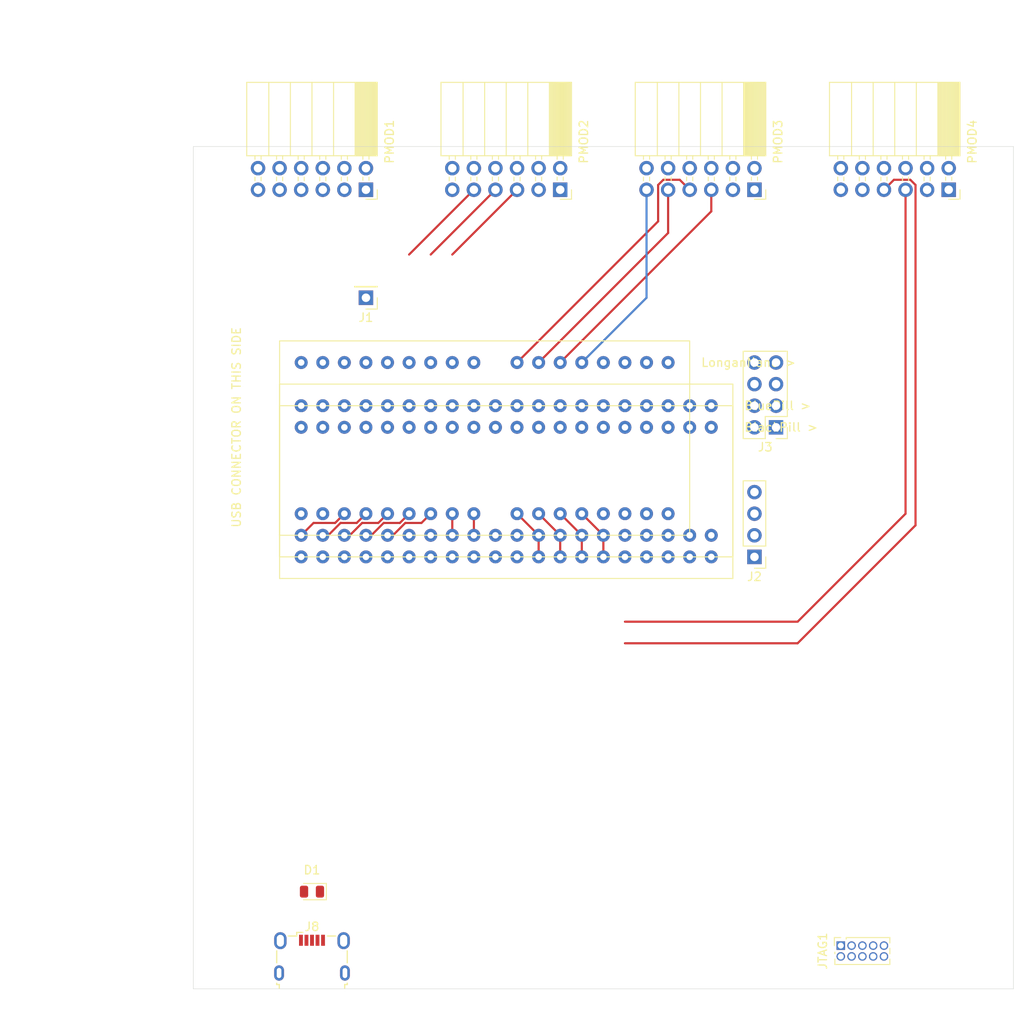
<source format=kicad_pcb>
(kicad_pcb (version 20171130) (host pcbnew 5.1.10)

  (general
    (thickness 1.6)
    (drawings 7)
    (tracks 52)
    (zones 0)
    (modules 13)
    (nets 42)
  )

  (page A4)
  (layers
    (0 F.Cu signal)
    (31 B.Cu signal)
    (32 B.Adhes user)
    (33 F.Adhes user)
    (34 B.Paste user)
    (35 F.Paste user)
    (36 B.SilkS user)
    (37 F.SilkS user)
    (38 B.Mask user)
    (39 F.Mask user)
    (40 Dwgs.User user)
    (41 Cmts.User user)
    (42 Eco1.User user)
    (43 Eco2.User user)
    (44 Edge.Cuts user)
    (45 Margin user)
    (46 B.CrtYd user)
    (47 F.CrtYd user)
    (48 B.Fab user)
    (49 F.Fab user)
  )

  (setup
    (last_trace_width 0.25)
    (trace_clearance 0.2)
    (zone_clearance 0.508)
    (zone_45_only no)
    (trace_min 0.2)
    (via_size 0.8)
    (via_drill 0.4)
    (via_min_size 0.4)
    (via_min_drill 0.3)
    (uvia_size 0.3)
    (uvia_drill 0.1)
    (uvias_allowed no)
    (uvia_min_size 0.2)
    (uvia_min_drill 0.1)
    (edge_width 0.05)
    (segment_width 0.2)
    (pcb_text_width 0.3)
    (pcb_text_size 1.5 1.5)
    (mod_edge_width 0.12)
    (mod_text_size 1 1)
    (mod_text_width 0.15)
    (pad_size 1.524 1.524)
    (pad_drill 0.762)
    (pad_to_mask_clearance 0)
    (aux_axis_origin 0 0)
    (visible_elements FFFFFF7F)
    (pcbplotparams
      (layerselection 0x010fc_ffffffff)
      (usegerberextensions false)
      (usegerberattributes true)
      (usegerberadvancedattributes true)
      (creategerberjobfile true)
      (excludeedgelayer true)
      (linewidth 0.100000)
      (plotframeref false)
      (viasonmask false)
      (mode 1)
      (useauxorigin false)
      (hpglpennumber 1)
      (hpglpenspeed 20)
      (hpglpendiameter 15.000000)
      (psnegative false)
      (psa4output false)
      (plotreference true)
      (plotvalue true)
      (plotinvisibletext false)
      (padsonsilk false)
      (subtractmaskfromsilk false)
      (outputformat 1)
      (mirror false)
      (drillshape 1)
      (scaleselection 1)
      (outputdirectory ""))
  )

  (net 0 "")
  (net 1 B12)
  (net 2 B13)
  (net 3 B14)
  (net 4 B15)
  (net 5 A8)
  (net 6 A9)
  (net 7 A10)
  (net 8 A11)
  (net 9 A12)
  (net 10 A15)
  (net 11 B3)
  (net 12 B4)
  (net 13 B5)
  (net 14 B6)
  (net 15 B7)
  (net 16 B8)
  (net 17 B9)
  (net 18 5V)
  (net 19 GND)
  (net 20 3V3)
  (net 21 VB)
  (net 22 C13)
  (net 23 A0)
  (net 24 A1)
  (net 25 A2)
  (net 26 A3)
  (net 27 A4)
  (net 28 A5)
  (net 29 A6)
  (net 30 A7)
  (net 31 B0)
  (net 32 B1)
  (net 33 B10)
  (net 34 B11)
  (net 35 ~RST)
  (net 36 B2)
  (net 37 JTMS)
  (net 38 JTCK)
  (net 39 JTDI)
  (net 40 JTDO)
  (net 41 VBUS)

  (net_class Default "This is the default net class."
    (clearance 0.2)
    (trace_width 0.25)
    (via_dia 0.8)
    (via_drill 0.4)
    (uvia_dia 0.3)
    (uvia_drill 0.1)
    (add_net 3V3)
    (add_net 5V)
    (add_net A0)
    (add_net A1)
    (add_net A10)
    (add_net A11)
    (add_net A12)
    (add_net A15)
    (add_net A2)
    (add_net A3)
    (add_net A4)
    (add_net A5)
    (add_net A6)
    (add_net A7)
    (add_net A8)
    (add_net A9)
    (add_net B0)
    (add_net B1)
    (add_net B10)
    (add_net B11)
    (add_net B12)
    (add_net B13)
    (add_net B14)
    (add_net B15)
    (add_net B2)
    (add_net B3)
    (add_net B4)
    (add_net B5)
    (add_net B6)
    (add_net B7)
    (add_net B8)
    (add_net B9)
    (add_net C13)
    (add_net GND)
    (add_net JTCK)
    (add_net JTDI)
    (add_net JTDO)
    (add_net JTMS)
    (add_net VB)
    (add_net VBUS)
    (add_net ~RST)
  )

  (module Connector_USB:USB_Micro-B_Wuerth_629105150521 (layer F.Cu) (tedit 5A142044) (tstamp 6146D13A)
    (at 67.31 120.65)
    (descr "USB Micro-B receptacle, http://www.mouser.com/ds/2/445/629105150521-469306.pdf")
    (tags "usb micro receptacle")
    (path /614182C0/61752725)
    (attr smd)
    (fp_text reference J8 (at 0 -3.5) (layer F.SilkS)
      (effects (font (size 1 1) (thickness 0.15)))
    )
    (fp_text value USB_B_Micro (at 0 5.6) (layer F.Fab)
      (effects (font (size 1 1) (thickness 0.15)))
    )
    (fp_text user "PCB Edge" (at 0 3.75) (layer Dwgs.User)
      (effects (font (size 0.5 0.5) (thickness 0.08)))
    )
    (fp_text user %R (at 0 1.05) (layer F.Fab)
      (effects (font (size 1 1) (thickness 0.15)))
    )
    (fp_line (start -4 -2.25) (end -4 3.15) (layer F.Fab) (width 0.15))
    (fp_line (start -4 3.15) (end -3.7 3.15) (layer F.Fab) (width 0.15))
    (fp_line (start -3.7 3.15) (end -3.7 4.35) (layer F.Fab) (width 0.15))
    (fp_line (start -3.7 4.35) (end 3.7 4.35) (layer F.Fab) (width 0.15))
    (fp_line (start 3.7 4.35) (end 3.7 3.15) (layer F.Fab) (width 0.15))
    (fp_line (start 3.7 3.15) (end 4 3.15) (layer F.Fab) (width 0.15))
    (fp_line (start 4 3.15) (end 4 -2.25) (layer F.Fab) (width 0.15))
    (fp_line (start 4 -2.25) (end -4 -2.25) (layer F.Fab) (width 0.15))
    (fp_line (start -2.7 3.75) (end 2.7 3.75) (layer F.Fab) (width 0.15))
    (fp_line (start -1.075 -2.725) (end -1.3 -2.55) (layer F.Fab) (width 0.15))
    (fp_line (start -1.3 -2.55) (end -1.525 -2.725) (layer F.Fab) (width 0.15))
    (fp_line (start -1.525 -2.725) (end -1.525 -2.95) (layer F.Fab) (width 0.15))
    (fp_line (start -1.525 -2.95) (end -1.075 -2.95) (layer F.Fab) (width 0.15))
    (fp_line (start -1.075 -2.95) (end -1.075 -2.725) (layer F.Fab) (width 0.15))
    (fp_line (start -4.15 -0.65) (end -4.15 0.75) (layer F.SilkS) (width 0.15))
    (fp_line (start -4.15 3.15) (end -4.15 3.3) (layer F.SilkS) (width 0.15))
    (fp_line (start -4.15 3.3) (end -3.85 3.3) (layer F.SilkS) (width 0.15))
    (fp_line (start -3.85 3.3) (end -3.85 3.75) (layer F.SilkS) (width 0.15))
    (fp_line (start 3.85 3.75) (end 3.85 3.3) (layer F.SilkS) (width 0.15))
    (fp_line (start 3.85 3.3) (end 4.15 3.3) (layer F.SilkS) (width 0.15))
    (fp_line (start 4.15 3.3) (end 4.15 3.15) (layer F.SilkS) (width 0.15))
    (fp_line (start 4.15 0.75) (end 4.15 -0.65) (layer F.SilkS) (width 0.15))
    (fp_line (start -1.075 -2.825) (end -1.8 -2.825) (layer F.SilkS) (width 0.15))
    (fp_line (start -1.8 -2.825) (end -1.8 -2.4) (layer F.SilkS) (width 0.15))
    (fp_line (start -1.8 -2.4) (end -2.8 -2.4) (layer F.SilkS) (width 0.15))
    (fp_line (start 1.8 -2.4) (end 2.8 -2.4) (layer F.SilkS) (width 0.15))
    (fp_line (start -4.94 -3.34) (end -4.94 4.85) (layer F.CrtYd) (width 0.05))
    (fp_line (start -4.94 4.85) (end 4.95 4.85) (layer F.CrtYd) (width 0.05))
    (fp_line (start 4.95 4.85) (end 4.95 -3.34) (layer F.CrtYd) (width 0.05))
    (fp_line (start 4.95 -3.34) (end -4.94 -3.34) (layer F.CrtYd) (width 0.05))
    (pad "" np_thru_hole oval (at 2.5 -0.8) (size 0.8 0.8) (drill 0.8) (layers *.Cu *.Mask))
    (pad "" np_thru_hole oval (at -2.5 -0.8) (size 0.8 0.8) (drill 0.8) (layers *.Cu *.Mask))
    (pad 6 thru_hole oval (at 3.875 1.95) (size 1.15 1.8) (drill oval 0.55 1.2) (layers *.Cu *.Mask)
      (net 19 GND))
    (pad 6 thru_hole oval (at -3.875 1.95) (size 1.15 1.8) (drill oval 0.55 1.2) (layers *.Cu *.Mask)
      (net 19 GND))
    (pad 6 thru_hole oval (at 3.725 -1.85) (size 1.45 2) (drill oval 0.85 1.4) (layers *.Cu *.Mask)
      (net 19 GND))
    (pad 6 thru_hole oval (at -3.725 -1.85) (size 1.45 2) (drill oval 0.85 1.4) (layers *.Cu *.Mask)
      (net 19 GND))
    (pad 5 smd rect (at 1.3 -1.9) (size 0.45 1.3) (layers F.Cu F.Paste F.Mask)
      (net 19 GND))
    (pad 4 smd rect (at 0.65 -1.9) (size 0.45 1.3) (layers F.Cu F.Paste F.Mask))
    (pad 3 smd rect (at 0 -1.9) (size 0.45 1.3) (layers F.Cu F.Paste F.Mask))
    (pad 2 smd rect (at -0.65 -1.9) (size 0.45 1.3) (layers F.Cu F.Paste F.Mask))
    (pad 1 smd rect (at -1.3 -1.9) (size 0.45 1.3) (layers F.Cu F.Paste F.Mask)
      (net 41 VBUS))
    (model ${KISYS3DMOD}/Connector_USB.3dshapes/USB_Micro-B_Wuerth_629105150521.wrl
      (at (xyz 0 0 0))
      (scale (xyz 1 1 1))
      (rotate (xyz 0 0 0))
    )
  )

  (module Diode_SMD:D_0805_2012Metric (layer F.Cu) (tedit 5F68FEF0) (tstamp 614688DB)
    (at 67.31 113.03 180)
    (descr "Diode SMD 0805 (2012 Metric), square (rectangular) end terminal, IPC_7351 nominal, (Body size source: https://docs.google.com/spreadsheets/d/1BsfQQcO9C6DZCsRaXUlFlo91Tg2WpOkGARC1WS5S8t0/edit?usp=sharing), generated with kicad-footprint-generator")
    (tags diode)
    (path /614182C0/61761653)
    (attr smd)
    (fp_text reference D1 (at 0 2.54) (layer F.SilkS)
      (effects (font (size 1 1) (thickness 0.15)))
    )
    (fp_text value D_Schottky (at 0 1.65) (layer F.Fab)
      (effects (font (size 1 1) (thickness 0.15)))
    )
    (fp_text user %R (at 0 0) (layer F.Fab)
      (effects (font (size 0.5 0.5) (thickness 0.08)))
    )
    (fp_line (start 1 -0.6) (end -0.7 -0.6) (layer F.Fab) (width 0.1))
    (fp_line (start -0.7 -0.6) (end -1 -0.3) (layer F.Fab) (width 0.1))
    (fp_line (start -1 -0.3) (end -1 0.6) (layer F.Fab) (width 0.1))
    (fp_line (start -1 0.6) (end 1 0.6) (layer F.Fab) (width 0.1))
    (fp_line (start 1 0.6) (end 1 -0.6) (layer F.Fab) (width 0.1))
    (fp_line (start 1 -0.96) (end -1.685 -0.96) (layer F.SilkS) (width 0.12))
    (fp_line (start -1.685 -0.96) (end -1.685 0.96) (layer F.SilkS) (width 0.12))
    (fp_line (start -1.685 0.96) (end 1 0.96) (layer F.SilkS) (width 0.12))
    (fp_line (start -1.68 0.95) (end -1.68 -0.95) (layer F.CrtYd) (width 0.05))
    (fp_line (start -1.68 -0.95) (end 1.68 -0.95) (layer F.CrtYd) (width 0.05))
    (fp_line (start 1.68 -0.95) (end 1.68 0.95) (layer F.CrtYd) (width 0.05))
    (fp_line (start 1.68 0.95) (end -1.68 0.95) (layer F.CrtYd) (width 0.05))
    (pad 2 smd roundrect (at 0.9375 0 180) (size 0.975 1.4) (layers F.Cu F.Paste F.Mask) (roundrect_rratio 0.25)
      (net 41 VBUS))
    (pad 1 smd roundrect (at -0.9375 0 180) (size 0.975 1.4) (layers F.Cu F.Paste F.Mask) (roundrect_rratio 0.25)
      (net 18 5V))
    (model ${KISYS3DMOD}/Diode_SMD.3dshapes/D_0805_2012Metric.wrl
      (at (xyz 0 0 0))
      (scale (xyz 1 1 1))
      (rotate (xyz 0 0 0))
    )
  )

  (module Connector_PinSocket_1.27mm:PinSocket_2x05_P1.27mm_Vertical (layer F.Cu) (tedit 5A19A420) (tstamp 613E6934)
    (at 129.54 119.38 90)
    (descr "Through hole straight socket strip, 2x05, 1.27mm pitch, double cols (from Kicad 4.0.7), script generated")
    (tags "Through hole socket strip THT 2x05 1.27mm double row")
    (path /614182C0/6141EDF9)
    (fp_text reference JTAG1 (at -0.635 -2.135 90) (layer F.SilkS)
      (effects (font (size 1 1) (thickness 0.15)))
    )
    (fp_text value Conn_02x05_Odd_Even (at -0.635 7.215 90) (layer F.Fab)
      (effects (font (size 1 1) (thickness 0.15)))
    )
    (fp_line (start -2.16 -0.635) (end 0.1275 -0.635) (layer F.Fab) (width 0.1))
    (fp_line (start 0.1275 -0.635) (end 0.89 0.1275) (layer F.Fab) (width 0.1))
    (fp_line (start 0.89 0.1275) (end 0.89 5.715) (layer F.Fab) (width 0.1))
    (fp_line (start 0.89 5.715) (end -2.16 5.715) (layer F.Fab) (width 0.1))
    (fp_line (start -2.16 5.715) (end -2.16 -0.635) (layer F.Fab) (width 0.1))
    (fp_line (start -2.22 -0.695) (end -1.57753 -0.695) (layer F.SilkS) (width 0.12))
    (fp_line (start -0.96247 -0.695) (end -0.76 -0.695) (layer F.SilkS) (width 0.12))
    (fp_line (start -2.22 -0.695) (end -2.22 5.775) (layer F.SilkS) (width 0.12))
    (fp_line (start 0.30753 5.775) (end 0.95 5.775) (layer F.SilkS) (width 0.12))
    (fp_line (start -2.22 5.775) (end -1.57753 5.775) (layer F.SilkS) (width 0.12))
    (fp_line (start -0.96247 5.775) (end -0.30753 5.775) (layer F.SilkS) (width 0.12))
    (fp_line (start 0.95 0.635) (end 0.95 5.775) (layer F.SilkS) (width 0.12))
    (fp_line (start 0.76 0.635) (end 0.95 0.635) (layer F.SilkS) (width 0.12))
    (fp_line (start 0.95 -0.76) (end 0.95 0) (layer F.SilkS) (width 0.12))
    (fp_line (start 0 -0.76) (end 0.95 -0.76) (layer F.SilkS) (width 0.12))
    (fp_line (start -2.67 -1.15) (end 1.38 -1.15) (layer F.CrtYd) (width 0.05))
    (fp_line (start 1.38 -1.15) (end 1.38 6.2) (layer F.CrtYd) (width 0.05))
    (fp_line (start 1.38 6.2) (end -2.67 6.2) (layer F.CrtYd) (width 0.05))
    (fp_line (start -2.67 6.2) (end -2.67 -1.15) (layer F.CrtYd) (width 0.05))
    (fp_text user %R (at -0.635 2.54) (layer F.Fab)
      (effects (font (size 1 1) (thickness 0.15)))
    )
    (pad 10 thru_hole oval (at -1.27 5.08 90) (size 1 1) (drill 0.7) (layers *.Cu *.Mask)
      (net 35 ~RST))
    (pad 9 thru_hole oval (at 0 5.08 90) (size 1 1) (drill 0.7) (layers *.Cu *.Mask)
      (net 19 GND))
    (pad 8 thru_hole oval (at -1.27 3.81 90) (size 1 1) (drill 0.7) (layers *.Cu *.Mask)
      (net 39 JTDI))
    (pad 7 thru_hole oval (at 0 3.81 90) (size 1 1) (drill 0.7) (layers *.Cu *.Mask))
    (pad 6 thru_hole oval (at -1.27 2.54 90) (size 1 1) (drill 0.7) (layers *.Cu *.Mask)
      (net 40 JTDO))
    (pad 5 thru_hole oval (at 0 2.54 90) (size 1 1) (drill 0.7) (layers *.Cu *.Mask)
      (net 19 GND))
    (pad 4 thru_hole oval (at -1.27 1.27 90) (size 1 1) (drill 0.7) (layers *.Cu *.Mask)
      (net 38 JTCK))
    (pad 3 thru_hole oval (at 0 1.27 90) (size 1 1) (drill 0.7) (layers *.Cu *.Mask)
      (net 19 GND))
    (pad 2 thru_hole oval (at -1.27 0 90) (size 1 1) (drill 0.7) (layers *.Cu *.Mask)
      (net 37 JTMS))
    (pad 1 thru_hole rect (at 0 0 90) (size 1 1) (drill 0.7) (layers *.Cu *.Mask)
      (net 20 3V3))
    (model ${KISYS3DMOD}/Connector_PinSocket_1.27mm.3dshapes/PinSocket_2x05_P1.27mm_Vertical.wrl
      (at (xyz 0 0 0))
      (scale (xyz 1 1 1))
      (rotate (xyz 0 0 0))
    )
  )

  (module Connector_PinSocket_2.54mm:PinSocket_2x06_P2.54mm_Horizontal (layer F.Cu) (tedit 5A19A42C) (tstamp 6146573A)
    (at 142.24 30.48 270)
    (descr "Through hole angled socket strip, 2x06, 2.54mm pitch, 8.51mm socket length, double cols (from Kicad 4.0.7), script generated")
    (tags "Through hole angled socket strip THT 2x06 2.54mm double row")
    (path /614182C0/613F116D)
    (fp_text reference PMOD4 (at -5.65 -2.77 90) (layer F.SilkS)
      (effects (font (size 1 1) (thickness 0.15)))
    )
    (fp_text value Conn_02x06_Odd_Even (at -5.65 15.47 90) (layer F.Fab)
      (effects (font (size 1 1) (thickness 0.15)))
    )
    (fp_line (start -12.57 -1.27) (end -5.03 -1.27) (layer F.Fab) (width 0.1))
    (fp_line (start -5.03 -1.27) (end -4.06 -0.3) (layer F.Fab) (width 0.1))
    (fp_line (start -4.06 -0.3) (end -4.06 13.97) (layer F.Fab) (width 0.1))
    (fp_line (start -4.06 13.97) (end -12.57 13.97) (layer F.Fab) (width 0.1))
    (fp_line (start -12.57 13.97) (end -12.57 -1.27) (layer F.Fab) (width 0.1))
    (fp_line (start 0 -0.3) (end -4.06 -0.3) (layer F.Fab) (width 0.1))
    (fp_line (start -4.06 0.3) (end 0 0.3) (layer F.Fab) (width 0.1))
    (fp_line (start 0 0.3) (end 0 -0.3) (layer F.Fab) (width 0.1))
    (fp_line (start 0 2.24) (end -4.06 2.24) (layer F.Fab) (width 0.1))
    (fp_line (start -4.06 2.84) (end 0 2.84) (layer F.Fab) (width 0.1))
    (fp_line (start 0 2.84) (end 0 2.24) (layer F.Fab) (width 0.1))
    (fp_line (start 0 4.78) (end -4.06 4.78) (layer F.Fab) (width 0.1))
    (fp_line (start -4.06 5.38) (end 0 5.38) (layer F.Fab) (width 0.1))
    (fp_line (start 0 5.38) (end 0 4.78) (layer F.Fab) (width 0.1))
    (fp_line (start 0 7.32) (end -4.06 7.32) (layer F.Fab) (width 0.1))
    (fp_line (start -4.06 7.92) (end 0 7.92) (layer F.Fab) (width 0.1))
    (fp_line (start 0 7.92) (end 0 7.32) (layer F.Fab) (width 0.1))
    (fp_line (start 0 9.86) (end -4.06 9.86) (layer F.Fab) (width 0.1))
    (fp_line (start -4.06 10.46) (end 0 10.46) (layer F.Fab) (width 0.1))
    (fp_line (start 0 10.46) (end 0 9.86) (layer F.Fab) (width 0.1))
    (fp_line (start 0 12.4) (end -4.06 12.4) (layer F.Fab) (width 0.1))
    (fp_line (start -4.06 13) (end 0 13) (layer F.Fab) (width 0.1))
    (fp_line (start 0 13) (end 0 12.4) (layer F.Fab) (width 0.1))
    (fp_line (start -12.63 -1.21) (end -4 -1.21) (layer F.SilkS) (width 0.12))
    (fp_line (start -12.63 -1.091905) (end -4 -1.091905) (layer F.SilkS) (width 0.12))
    (fp_line (start -12.63 -0.97381) (end -4 -0.97381) (layer F.SilkS) (width 0.12))
    (fp_line (start -12.63 -0.855715) (end -4 -0.855715) (layer F.SilkS) (width 0.12))
    (fp_line (start -12.63 -0.73762) (end -4 -0.73762) (layer F.SilkS) (width 0.12))
    (fp_line (start -12.63 -0.619525) (end -4 -0.619525) (layer F.SilkS) (width 0.12))
    (fp_line (start -12.63 -0.50143) (end -4 -0.50143) (layer F.SilkS) (width 0.12))
    (fp_line (start -12.63 -0.383335) (end -4 -0.383335) (layer F.SilkS) (width 0.12))
    (fp_line (start -12.63 -0.26524) (end -4 -0.26524) (layer F.SilkS) (width 0.12))
    (fp_line (start -12.63 -0.147145) (end -4 -0.147145) (layer F.SilkS) (width 0.12))
    (fp_line (start -12.63 -0.02905) (end -4 -0.02905) (layer F.SilkS) (width 0.12))
    (fp_line (start -12.63 0.089045) (end -4 0.089045) (layer F.SilkS) (width 0.12))
    (fp_line (start -12.63 0.20714) (end -4 0.20714) (layer F.SilkS) (width 0.12))
    (fp_line (start -12.63 0.325235) (end -4 0.325235) (layer F.SilkS) (width 0.12))
    (fp_line (start -12.63 0.44333) (end -4 0.44333) (layer F.SilkS) (width 0.12))
    (fp_line (start -12.63 0.561425) (end -4 0.561425) (layer F.SilkS) (width 0.12))
    (fp_line (start -12.63 0.67952) (end -4 0.67952) (layer F.SilkS) (width 0.12))
    (fp_line (start -12.63 0.797615) (end -4 0.797615) (layer F.SilkS) (width 0.12))
    (fp_line (start -12.63 0.91571) (end -4 0.91571) (layer F.SilkS) (width 0.12))
    (fp_line (start -12.63 1.033805) (end -4 1.033805) (layer F.SilkS) (width 0.12))
    (fp_line (start -12.63 1.1519) (end -4 1.1519) (layer F.SilkS) (width 0.12))
    (fp_line (start -4 -0.36) (end -3.59 -0.36) (layer F.SilkS) (width 0.12))
    (fp_line (start -1.49 -0.36) (end -1.11 -0.36) (layer F.SilkS) (width 0.12))
    (fp_line (start -4 0.36) (end -3.59 0.36) (layer F.SilkS) (width 0.12))
    (fp_line (start -1.49 0.36) (end -1.11 0.36) (layer F.SilkS) (width 0.12))
    (fp_line (start -4 2.18) (end -3.59 2.18) (layer F.SilkS) (width 0.12))
    (fp_line (start -1.49 2.18) (end -1.05 2.18) (layer F.SilkS) (width 0.12))
    (fp_line (start -4 2.9) (end -3.59 2.9) (layer F.SilkS) (width 0.12))
    (fp_line (start -1.49 2.9) (end -1.05 2.9) (layer F.SilkS) (width 0.12))
    (fp_line (start -4 4.72) (end -3.59 4.72) (layer F.SilkS) (width 0.12))
    (fp_line (start -1.49 4.72) (end -1.05 4.72) (layer F.SilkS) (width 0.12))
    (fp_line (start -4 5.44) (end -3.59 5.44) (layer F.SilkS) (width 0.12))
    (fp_line (start -1.49 5.44) (end -1.05 5.44) (layer F.SilkS) (width 0.12))
    (fp_line (start -4 7.26) (end -3.59 7.26) (layer F.SilkS) (width 0.12))
    (fp_line (start -1.49 7.26) (end -1.05 7.26) (layer F.SilkS) (width 0.12))
    (fp_line (start -4 7.98) (end -3.59 7.98) (layer F.SilkS) (width 0.12))
    (fp_line (start -1.49 7.98) (end -1.05 7.98) (layer F.SilkS) (width 0.12))
    (fp_line (start -4 9.8) (end -3.59 9.8) (layer F.SilkS) (width 0.12))
    (fp_line (start -1.49 9.8) (end -1.05 9.8) (layer F.SilkS) (width 0.12))
    (fp_line (start -4 10.52) (end -3.59 10.52) (layer F.SilkS) (width 0.12))
    (fp_line (start -1.49 10.52) (end -1.05 10.52) (layer F.SilkS) (width 0.12))
    (fp_line (start -4 12.34) (end -3.59 12.34) (layer F.SilkS) (width 0.12))
    (fp_line (start -1.49 12.34) (end -1.05 12.34) (layer F.SilkS) (width 0.12))
    (fp_line (start -4 13.06) (end -3.59 13.06) (layer F.SilkS) (width 0.12))
    (fp_line (start -1.49 13.06) (end -1.05 13.06) (layer F.SilkS) (width 0.12))
    (fp_line (start -12.63 1.27) (end -4 1.27) (layer F.SilkS) (width 0.12))
    (fp_line (start -12.63 3.81) (end -4 3.81) (layer F.SilkS) (width 0.12))
    (fp_line (start -12.63 6.35) (end -4 6.35) (layer F.SilkS) (width 0.12))
    (fp_line (start -12.63 8.89) (end -4 8.89) (layer F.SilkS) (width 0.12))
    (fp_line (start -12.63 11.43) (end -4 11.43) (layer F.SilkS) (width 0.12))
    (fp_line (start -12.63 -1.33) (end -4 -1.33) (layer F.SilkS) (width 0.12))
    (fp_line (start -4 -1.33) (end -4 14.03) (layer F.SilkS) (width 0.12))
    (fp_line (start -12.63 14.03) (end -4 14.03) (layer F.SilkS) (width 0.12))
    (fp_line (start -12.63 -1.33) (end -12.63 14.03) (layer F.SilkS) (width 0.12))
    (fp_line (start 1.11 -1.33) (end 1.11 0) (layer F.SilkS) (width 0.12))
    (fp_line (start 0 -1.33) (end 1.11 -1.33) (layer F.SilkS) (width 0.12))
    (fp_line (start 1.8 -1.8) (end -13.05 -1.8) (layer F.CrtYd) (width 0.05))
    (fp_line (start -13.05 -1.8) (end -13.05 14.45) (layer F.CrtYd) (width 0.05))
    (fp_line (start -13.05 14.45) (end 1.8 14.45) (layer F.CrtYd) (width 0.05))
    (fp_line (start 1.8 14.45) (end 1.8 -1.8) (layer F.CrtYd) (width 0.05))
    (fp_text user %R (at -8.315 6.35) (layer F.Fab)
      (effects (font (size 1 1) (thickness 0.15)))
    )
    (pad 12 thru_hole oval (at -2.54 12.7 270) (size 1.7 1.7) (drill 1) (layers *.Cu *.Mask))
    (pad 11 thru_hole oval (at 0 12.7 270) (size 1.7 1.7) (drill 1) (layers *.Cu *.Mask))
    (pad 10 thru_hole oval (at -2.54 10.16 270) (size 1.7 1.7) (drill 1) (layers *.Cu *.Mask))
    (pad 9 thru_hole oval (at 0 10.16 270) (size 1.7 1.7) (drill 1) (layers *.Cu *.Mask))
    (pad 8 thru_hole oval (at -2.54 7.62 270) (size 1.7 1.7) (drill 1) (layers *.Cu *.Mask))
    (pad 7 thru_hole oval (at 0 7.62 270) (size 1.7 1.7) (drill 1) (layers *.Cu *.Mask)
      (net 14 B6))
    (pad 6 thru_hole oval (at -2.54 5.08 270) (size 1.7 1.7) (drill 1) (layers *.Cu *.Mask))
    (pad 5 thru_hole oval (at 0 5.08 270) (size 1.7 1.7) (drill 1) (layers *.Cu *.Mask)
      (net 15 B7))
    (pad 4 thru_hole oval (at -2.54 2.54 270) (size 1.7 1.7) (drill 1) (layers *.Cu *.Mask)
      (net 19 GND))
    (pad 3 thru_hole oval (at 0 2.54 270) (size 1.7 1.7) (drill 1) (layers *.Cu *.Mask)
      (net 19 GND))
    (pad 2 thru_hole oval (at -2.54 0 270) (size 1.7 1.7) (drill 1) (layers *.Cu *.Mask)
      (net 20 3V3))
    (pad 1 thru_hole rect (at 0 0 270) (size 1.7 1.7) (drill 1) (layers *.Cu *.Mask)
      (net 20 3V3))
    (model ${KISYS3DMOD}/Connector_PinSocket_2.54mm.3dshapes/PinSocket_2x06_P2.54mm_Horizontal.wrl
      (at (xyz 0 0 0))
      (scale (xyz 1 1 1))
      (rotate (xyz 0 0 0))
    )
  )

  (module Connector_PinSocket_2.54mm:PinSocket_2x06_P2.54mm_Horizontal (layer F.Cu) (tedit 5A19A42C) (tstamp 614654E8)
    (at 119.38 30.48 270)
    (descr "Through hole angled socket strip, 2x06, 2.54mm pitch, 8.51mm socket length, double cols (from Kicad 4.0.7), script generated")
    (tags "Through hole angled socket strip THT 2x06 2.54mm double row")
    (path /614182C0/613E6350)
    (fp_text reference PMOD3 (at -5.65 -2.77 90) (layer F.SilkS)
      (effects (font (size 1 1) (thickness 0.15)))
    )
    (fp_text value Conn_02x06_Odd_Even (at -5.65 15.47 90) (layer F.Fab)
      (effects (font (size 1 1) (thickness 0.15)))
    )
    (fp_line (start -12.57 -1.27) (end -5.03 -1.27) (layer F.Fab) (width 0.1))
    (fp_line (start -5.03 -1.27) (end -4.06 -0.3) (layer F.Fab) (width 0.1))
    (fp_line (start -4.06 -0.3) (end -4.06 13.97) (layer F.Fab) (width 0.1))
    (fp_line (start -4.06 13.97) (end -12.57 13.97) (layer F.Fab) (width 0.1))
    (fp_line (start -12.57 13.97) (end -12.57 -1.27) (layer F.Fab) (width 0.1))
    (fp_line (start 0 -0.3) (end -4.06 -0.3) (layer F.Fab) (width 0.1))
    (fp_line (start -4.06 0.3) (end 0 0.3) (layer F.Fab) (width 0.1))
    (fp_line (start 0 0.3) (end 0 -0.3) (layer F.Fab) (width 0.1))
    (fp_line (start 0 2.24) (end -4.06 2.24) (layer F.Fab) (width 0.1))
    (fp_line (start -4.06 2.84) (end 0 2.84) (layer F.Fab) (width 0.1))
    (fp_line (start 0 2.84) (end 0 2.24) (layer F.Fab) (width 0.1))
    (fp_line (start 0 4.78) (end -4.06 4.78) (layer F.Fab) (width 0.1))
    (fp_line (start -4.06 5.38) (end 0 5.38) (layer F.Fab) (width 0.1))
    (fp_line (start 0 5.38) (end 0 4.78) (layer F.Fab) (width 0.1))
    (fp_line (start 0 7.32) (end -4.06 7.32) (layer F.Fab) (width 0.1))
    (fp_line (start -4.06 7.92) (end 0 7.92) (layer F.Fab) (width 0.1))
    (fp_line (start 0 7.92) (end 0 7.32) (layer F.Fab) (width 0.1))
    (fp_line (start 0 9.86) (end -4.06 9.86) (layer F.Fab) (width 0.1))
    (fp_line (start -4.06 10.46) (end 0 10.46) (layer F.Fab) (width 0.1))
    (fp_line (start 0 10.46) (end 0 9.86) (layer F.Fab) (width 0.1))
    (fp_line (start 0 12.4) (end -4.06 12.4) (layer F.Fab) (width 0.1))
    (fp_line (start -4.06 13) (end 0 13) (layer F.Fab) (width 0.1))
    (fp_line (start 0 13) (end 0 12.4) (layer F.Fab) (width 0.1))
    (fp_line (start -12.63 -1.21) (end -4 -1.21) (layer F.SilkS) (width 0.12))
    (fp_line (start -12.63 -1.091905) (end -4 -1.091905) (layer F.SilkS) (width 0.12))
    (fp_line (start -12.63 -0.97381) (end -4 -0.97381) (layer F.SilkS) (width 0.12))
    (fp_line (start -12.63 -0.855715) (end -4 -0.855715) (layer F.SilkS) (width 0.12))
    (fp_line (start -12.63 -0.73762) (end -4 -0.73762) (layer F.SilkS) (width 0.12))
    (fp_line (start -12.63 -0.619525) (end -4 -0.619525) (layer F.SilkS) (width 0.12))
    (fp_line (start -12.63 -0.50143) (end -4 -0.50143) (layer F.SilkS) (width 0.12))
    (fp_line (start -12.63 -0.383335) (end -4 -0.383335) (layer F.SilkS) (width 0.12))
    (fp_line (start -12.63 -0.26524) (end -4 -0.26524) (layer F.SilkS) (width 0.12))
    (fp_line (start -12.63 -0.147145) (end -4 -0.147145) (layer F.SilkS) (width 0.12))
    (fp_line (start -12.63 -0.02905) (end -4 -0.02905) (layer F.SilkS) (width 0.12))
    (fp_line (start -12.63 0.089045) (end -4 0.089045) (layer F.SilkS) (width 0.12))
    (fp_line (start -12.63 0.20714) (end -4 0.20714) (layer F.SilkS) (width 0.12))
    (fp_line (start -12.63 0.325235) (end -4 0.325235) (layer F.SilkS) (width 0.12))
    (fp_line (start -12.63 0.44333) (end -4 0.44333) (layer F.SilkS) (width 0.12))
    (fp_line (start -12.63 0.561425) (end -4 0.561425) (layer F.SilkS) (width 0.12))
    (fp_line (start -12.63 0.67952) (end -4 0.67952) (layer F.SilkS) (width 0.12))
    (fp_line (start -12.63 0.797615) (end -4 0.797615) (layer F.SilkS) (width 0.12))
    (fp_line (start -12.63 0.91571) (end -4 0.91571) (layer F.SilkS) (width 0.12))
    (fp_line (start -12.63 1.033805) (end -4 1.033805) (layer F.SilkS) (width 0.12))
    (fp_line (start -12.63 1.1519) (end -4 1.1519) (layer F.SilkS) (width 0.12))
    (fp_line (start -4 -0.36) (end -3.59 -0.36) (layer F.SilkS) (width 0.12))
    (fp_line (start -1.49 -0.36) (end -1.11 -0.36) (layer F.SilkS) (width 0.12))
    (fp_line (start -4 0.36) (end -3.59 0.36) (layer F.SilkS) (width 0.12))
    (fp_line (start -1.49 0.36) (end -1.11 0.36) (layer F.SilkS) (width 0.12))
    (fp_line (start -4 2.18) (end -3.59 2.18) (layer F.SilkS) (width 0.12))
    (fp_line (start -1.49 2.18) (end -1.05 2.18) (layer F.SilkS) (width 0.12))
    (fp_line (start -4 2.9) (end -3.59 2.9) (layer F.SilkS) (width 0.12))
    (fp_line (start -1.49 2.9) (end -1.05 2.9) (layer F.SilkS) (width 0.12))
    (fp_line (start -4 4.72) (end -3.59 4.72) (layer F.SilkS) (width 0.12))
    (fp_line (start -1.49 4.72) (end -1.05 4.72) (layer F.SilkS) (width 0.12))
    (fp_line (start -4 5.44) (end -3.59 5.44) (layer F.SilkS) (width 0.12))
    (fp_line (start -1.49 5.44) (end -1.05 5.44) (layer F.SilkS) (width 0.12))
    (fp_line (start -4 7.26) (end -3.59 7.26) (layer F.SilkS) (width 0.12))
    (fp_line (start -1.49 7.26) (end -1.05 7.26) (layer F.SilkS) (width 0.12))
    (fp_line (start -4 7.98) (end -3.59 7.98) (layer F.SilkS) (width 0.12))
    (fp_line (start -1.49 7.98) (end -1.05 7.98) (layer F.SilkS) (width 0.12))
    (fp_line (start -4 9.8) (end -3.59 9.8) (layer F.SilkS) (width 0.12))
    (fp_line (start -1.49 9.8) (end -1.05 9.8) (layer F.SilkS) (width 0.12))
    (fp_line (start -4 10.52) (end -3.59 10.52) (layer F.SilkS) (width 0.12))
    (fp_line (start -1.49 10.52) (end -1.05 10.52) (layer F.SilkS) (width 0.12))
    (fp_line (start -4 12.34) (end -3.59 12.34) (layer F.SilkS) (width 0.12))
    (fp_line (start -1.49 12.34) (end -1.05 12.34) (layer F.SilkS) (width 0.12))
    (fp_line (start -4 13.06) (end -3.59 13.06) (layer F.SilkS) (width 0.12))
    (fp_line (start -1.49 13.06) (end -1.05 13.06) (layer F.SilkS) (width 0.12))
    (fp_line (start -12.63 1.27) (end -4 1.27) (layer F.SilkS) (width 0.12))
    (fp_line (start -12.63 3.81) (end -4 3.81) (layer F.SilkS) (width 0.12))
    (fp_line (start -12.63 6.35) (end -4 6.35) (layer F.SilkS) (width 0.12))
    (fp_line (start -12.63 8.89) (end -4 8.89) (layer F.SilkS) (width 0.12))
    (fp_line (start -12.63 11.43) (end -4 11.43) (layer F.SilkS) (width 0.12))
    (fp_line (start -12.63 -1.33) (end -4 -1.33) (layer F.SilkS) (width 0.12))
    (fp_line (start -4 -1.33) (end -4 14.03) (layer F.SilkS) (width 0.12))
    (fp_line (start -12.63 14.03) (end -4 14.03) (layer F.SilkS) (width 0.12))
    (fp_line (start -12.63 -1.33) (end -12.63 14.03) (layer F.SilkS) (width 0.12))
    (fp_line (start 1.11 -1.33) (end 1.11 0) (layer F.SilkS) (width 0.12))
    (fp_line (start 0 -1.33) (end 1.11 -1.33) (layer F.SilkS) (width 0.12))
    (fp_line (start 1.8 -1.8) (end -13.05 -1.8) (layer F.CrtYd) (width 0.05))
    (fp_line (start -13.05 -1.8) (end -13.05 14.45) (layer F.CrtYd) (width 0.05))
    (fp_line (start -13.05 14.45) (end 1.8 14.45) (layer F.CrtYd) (width 0.05))
    (fp_line (start 1.8 14.45) (end 1.8 -1.8) (layer F.CrtYd) (width 0.05))
    (fp_text user %R (at -8.315 6.35) (layer F.Fab)
      (effects (font (size 1 1) (thickness 0.15)))
    )
    (pad 12 thru_hole oval (at -2.54 12.7 270) (size 1.7 1.7) (drill 1) (layers *.Cu *.Mask))
    (pad 11 thru_hole oval (at 0 12.7 270) (size 1.7 1.7) (drill 1) (layers *.Cu *.Mask)
      (net 23 A0))
    (pad 10 thru_hole oval (at -2.54 10.16 270) (size 1.7 1.7) (drill 1) (layers *.Cu *.Mask))
    (pad 9 thru_hole oval (at 0 10.16 270) (size 1.7 1.7) (drill 1) (layers *.Cu *.Mask)
      (net 25 A2))
    (pad 8 thru_hole oval (at -2.54 7.62 270) (size 1.7 1.7) (drill 1) (layers *.Cu *.Mask))
    (pad 7 thru_hole oval (at 0 7.62 270) (size 1.7 1.7) (drill 1) (layers *.Cu *.Mask)
      (net 26 A3))
    (pad 6 thru_hole oval (at -2.54 5.08 270) (size 1.7 1.7) (drill 1) (layers *.Cu *.Mask))
    (pad 5 thru_hole oval (at 0 5.08 270) (size 1.7 1.7) (drill 1) (layers *.Cu *.Mask)
      (net 24 A1))
    (pad 4 thru_hole oval (at -2.54 2.54 270) (size 1.7 1.7) (drill 1) (layers *.Cu *.Mask)
      (net 19 GND))
    (pad 3 thru_hole oval (at 0 2.54 270) (size 1.7 1.7) (drill 1) (layers *.Cu *.Mask)
      (net 19 GND))
    (pad 2 thru_hole oval (at -2.54 0 270) (size 1.7 1.7) (drill 1) (layers *.Cu *.Mask)
      (net 20 3V3))
    (pad 1 thru_hole rect (at 0 0 270) (size 1.7 1.7) (drill 1) (layers *.Cu *.Mask)
      (net 20 3V3))
    (model ${KISYS3DMOD}/Connector_PinSocket_2.54mm.3dshapes/PinSocket_2x06_P2.54mm_Horizontal.wrl
      (at (xyz 0 0 0))
      (scale (xyz 1 1 1))
      (rotate (xyz 0 0 0))
    )
  )

  (module Connector_PinSocket_2.54mm:PinSocket_2x06_P2.54mm_Horizontal (layer F.Cu) (tedit 5A19A42C) (tstamp 614653BF)
    (at 96.52 30.48 270)
    (descr "Through hole angled socket strip, 2x06, 2.54mm pitch, 8.51mm socket length, double cols (from Kicad 4.0.7), script generated")
    (tags "Through hole angled socket strip THT 2x06 2.54mm double row")
    (path /614182C0/613E3EE5)
    (fp_text reference PMOD2 (at -5.65 -2.77 90) (layer F.SilkS)
      (effects (font (size 1 1) (thickness 0.15)))
    )
    (fp_text value Conn_02x06_Odd_Even (at -5.65 15.47 90) (layer F.Fab)
      (effects (font (size 1 1) (thickness 0.15)))
    )
    (fp_line (start -12.57 -1.27) (end -5.03 -1.27) (layer F.Fab) (width 0.1))
    (fp_line (start -5.03 -1.27) (end -4.06 -0.3) (layer F.Fab) (width 0.1))
    (fp_line (start -4.06 -0.3) (end -4.06 13.97) (layer F.Fab) (width 0.1))
    (fp_line (start -4.06 13.97) (end -12.57 13.97) (layer F.Fab) (width 0.1))
    (fp_line (start -12.57 13.97) (end -12.57 -1.27) (layer F.Fab) (width 0.1))
    (fp_line (start 0 -0.3) (end -4.06 -0.3) (layer F.Fab) (width 0.1))
    (fp_line (start -4.06 0.3) (end 0 0.3) (layer F.Fab) (width 0.1))
    (fp_line (start 0 0.3) (end 0 -0.3) (layer F.Fab) (width 0.1))
    (fp_line (start 0 2.24) (end -4.06 2.24) (layer F.Fab) (width 0.1))
    (fp_line (start -4.06 2.84) (end 0 2.84) (layer F.Fab) (width 0.1))
    (fp_line (start 0 2.84) (end 0 2.24) (layer F.Fab) (width 0.1))
    (fp_line (start 0 4.78) (end -4.06 4.78) (layer F.Fab) (width 0.1))
    (fp_line (start -4.06 5.38) (end 0 5.38) (layer F.Fab) (width 0.1))
    (fp_line (start 0 5.38) (end 0 4.78) (layer F.Fab) (width 0.1))
    (fp_line (start 0 7.32) (end -4.06 7.32) (layer F.Fab) (width 0.1))
    (fp_line (start -4.06 7.92) (end 0 7.92) (layer F.Fab) (width 0.1))
    (fp_line (start 0 7.92) (end 0 7.32) (layer F.Fab) (width 0.1))
    (fp_line (start 0 9.86) (end -4.06 9.86) (layer F.Fab) (width 0.1))
    (fp_line (start -4.06 10.46) (end 0 10.46) (layer F.Fab) (width 0.1))
    (fp_line (start 0 10.46) (end 0 9.86) (layer F.Fab) (width 0.1))
    (fp_line (start 0 12.4) (end -4.06 12.4) (layer F.Fab) (width 0.1))
    (fp_line (start -4.06 13) (end 0 13) (layer F.Fab) (width 0.1))
    (fp_line (start 0 13) (end 0 12.4) (layer F.Fab) (width 0.1))
    (fp_line (start -12.63 -1.21) (end -4 -1.21) (layer F.SilkS) (width 0.12))
    (fp_line (start -12.63 -1.091905) (end -4 -1.091905) (layer F.SilkS) (width 0.12))
    (fp_line (start -12.63 -0.97381) (end -4 -0.97381) (layer F.SilkS) (width 0.12))
    (fp_line (start -12.63 -0.855715) (end -4 -0.855715) (layer F.SilkS) (width 0.12))
    (fp_line (start -12.63 -0.73762) (end -4 -0.73762) (layer F.SilkS) (width 0.12))
    (fp_line (start -12.63 -0.619525) (end -4 -0.619525) (layer F.SilkS) (width 0.12))
    (fp_line (start -12.63 -0.50143) (end -4 -0.50143) (layer F.SilkS) (width 0.12))
    (fp_line (start -12.63 -0.383335) (end -4 -0.383335) (layer F.SilkS) (width 0.12))
    (fp_line (start -12.63 -0.26524) (end -4 -0.26524) (layer F.SilkS) (width 0.12))
    (fp_line (start -12.63 -0.147145) (end -4 -0.147145) (layer F.SilkS) (width 0.12))
    (fp_line (start -12.63 -0.02905) (end -4 -0.02905) (layer F.SilkS) (width 0.12))
    (fp_line (start -12.63 0.089045) (end -4 0.089045) (layer F.SilkS) (width 0.12))
    (fp_line (start -12.63 0.20714) (end -4 0.20714) (layer F.SilkS) (width 0.12))
    (fp_line (start -12.63 0.325235) (end -4 0.325235) (layer F.SilkS) (width 0.12))
    (fp_line (start -12.63 0.44333) (end -4 0.44333) (layer F.SilkS) (width 0.12))
    (fp_line (start -12.63 0.561425) (end -4 0.561425) (layer F.SilkS) (width 0.12))
    (fp_line (start -12.63 0.67952) (end -4 0.67952) (layer F.SilkS) (width 0.12))
    (fp_line (start -12.63 0.797615) (end -4 0.797615) (layer F.SilkS) (width 0.12))
    (fp_line (start -12.63 0.91571) (end -4 0.91571) (layer F.SilkS) (width 0.12))
    (fp_line (start -12.63 1.033805) (end -4 1.033805) (layer F.SilkS) (width 0.12))
    (fp_line (start -12.63 1.1519) (end -4 1.1519) (layer F.SilkS) (width 0.12))
    (fp_line (start -4 -0.36) (end -3.59 -0.36) (layer F.SilkS) (width 0.12))
    (fp_line (start -1.49 -0.36) (end -1.11 -0.36) (layer F.SilkS) (width 0.12))
    (fp_line (start -4 0.36) (end -3.59 0.36) (layer F.SilkS) (width 0.12))
    (fp_line (start -1.49 0.36) (end -1.11 0.36) (layer F.SilkS) (width 0.12))
    (fp_line (start -4 2.18) (end -3.59 2.18) (layer F.SilkS) (width 0.12))
    (fp_line (start -1.49 2.18) (end -1.05 2.18) (layer F.SilkS) (width 0.12))
    (fp_line (start -4 2.9) (end -3.59 2.9) (layer F.SilkS) (width 0.12))
    (fp_line (start -1.49 2.9) (end -1.05 2.9) (layer F.SilkS) (width 0.12))
    (fp_line (start -4 4.72) (end -3.59 4.72) (layer F.SilkS) (width 0.12))
    (fp_line (start -1.49 4.72) (end -1.05 4.72) (layer F.SilkS) (width 0.12))
    (fp_line (start -4 5.44) (end -3.59 5.44) (layer F.SilkS) (width 0.12))
    (fp_line (start -1.49 5.44) (end -1.05 5.44) (layer F.SilkS) (width 0.12))
    (fp_line (start -4 7.26) (end -3.59 7.26) (layer F.SilkS) (width 0.12))
    (fp_line (start -1.49 7.26) (end -1.05 7.26) (layer F.SilkS) (width 0.12))
    (fp_line (start -4 7.98) (end -3.59 7.98) (layer F.SilkS) (width 0.12))
    (fp_line (start -1.49 7.98) (end -1.05 7.98) (layer F.SilkS) (width 0.12))
    (fp_line (start -4 9.8) (end -3.59 9.8) (layer F.SilkS) (width 0.12))
    (fp_line (start -1.49 9.8) (end -1.05 9.8) (layer F.SilkS) (width 0.12))
    (fp_line (start -4 10.52) (end -3.59 10.52) (layer F.SilkS) (width 0.12))
    (fp_line (start -1.49 10.52) (end -1.05 10.52) (layer F.SilkS) (width 0.12))
    (fp_line (start -4 12.34) (end -3.59 12.34) (layer F.SilkS) (width 0.12))
    (fp_line (start -1.49 12.34) (end -1.05 12.34) (layer F.SilkS) (width 0.12))
    (fp_line (start -4 13.06) (end -3.59 13.06) (layer F.SilkS) (width 0.12))
    (fp_line (start -1.49 13.06) (end -1.05 13.06) (layer F.SilkS) (width 0.12))
    (fp_line (start -12.63 1.27) (end -4 1.27) (layer F.SilkS) (width 0.12))
    (fp_line (start -12.63 3.81) (end -4 3.81) (layer F.SilkS) (width 0.12))
    (fp_line (start -12.63 6.35) (end -4 6.35) (layer F.SilkS) (width 0.12))
    (fp_line (start -12.63 8.89) (end -4 8.89) (layer F.SilkS) (width 0.12))
    (fp_line (start -12.63 11.43) (end -4 11.43) (layer F.SilkS) (width 0.12))
    (fp_line (start -12.63 -1.33) (end -4 -1.33) (layer F.SilkS) (width 0.12))
    (fp_line (start -4 -1.33) (end -4 14.03) (layer F.SilkS) (width 0.12))
    (fp_line (start -12.63 14.03) (end -4 14.03) (layer F.SilkS) (width 0.12))
    (fp_line (start -12.63 -1.33) (end -12.63 14.03) (layer F.SilkS) (width 0.12))
    (fp_line (start 1.11 -1.33) (end 1.11 0) (layer F.SilkS) (width 0.12))
    (fp_line (start 0 -1.33) (end 1.11 -1.33) (layer F.SilkS) (width 0.12))
    (fp_line (start 1.8 -1.8) (end -13.05 -1.8) (layer F.CrtYd) (width 0.05))
    (fp_line (start -13.05 -1.8) (end -13.05 14.45) (layer F.CrtYd) (width 0.05))
    (fp_line (start -13.05 14.45) (end 1.8 14.45) (layer F.CrtYd) (width 0.05))
    (fp_line (start 1.8 14.45) (end 1.8 -1.8) (layer F.CrtYd) (width 0.05))
    (fp_text user %R (at -8.315 6.35) (layer F.Fab)
      (effects (font (size 1 1) (thickness 0.15)))
    )
    (pad 12 thru_hole oval (at -2.54 12.7 270) (size 1.7 1.7) (drill 1) (layers *.Cu *.Mask))
    (pad 11 thru_hole oval (at 0 12.7 270) (size 1.7 1.7) (drill 1) (layers *.Cu *.Mask)
      (net 27 A4))
    (pad 10 thru_hole oval (at -2.54 10.16 270) (size 1.7 1.7) (drill 1) (layers *.Cu *.Mask))
    (pad 9 thru_hole oval (at 0 10.16 270) (size 1.7 1.7) (drill 1) (layers *.Cu *.Mask)
      (net 30 A7))
    (pad 8 thru_hole oval (at -2.54 7.62 270) (size 1.7 1.7) (drill 1) (layers *.Cu *.Mask))
    (pad 7 thru_hole oval (at 0 7.62 270) (size 1.7 1.7) (drill 1) (layers *.Cu *.Mask)
      (net 29 A6))
    (pad 6 thru_hole oval (at -2.54 5.08 270) (size 1.7 1.7) (drill 1) (layers *.Cu *.Mask))
    (pad 5 thru_hole oval (at 0 5.08 270) (size 1.7 1.7) (drill 1) (layers *.Cu *.Mask)
      (net 28 A5))
    (pad 4 thru_hole oval (at -2.54 2.54 270) (size 1.7 1.7) (drill 1) (layers *.Cu *.Mask)
      (net 19 GND))
    (pad 3 thru_hole oval (at 0 2.54 270) (size 1.7 1.7) (drill 1) (layers *.Cu *.Mask)
      (net 19 GND))
    (pad 2 thru_hole oval (at -2.54 0 270) (size 1.7 1.7) (drill 1) (layers *.Cu *.Mask)
      (net 20 3V3))
    (pad 1 thru_hole rect (at 0 0 270) (size 1.7 1.7) (drill 1) (layers *.Cu *.Mask)
      (net 20 3V3))
    (model ${KISYS3DMOD}/Connector_PinSocket_2.54mm.3dshapes/PinSocket_2x06_P2.54mm_Horizontal.wrl
      (at (xyz 0 0 0))
      (scale (xyz 1 1 1))
      (rotate (xyz 0 0 0))
    )
  )

  (module Connector_PinSocket_2.54mm:PinSocket_2x06_P2.54mm_Horizontal (layer F.Cu) (tedit 5A19A42C) (tstamp 61465611)
    (at 73.66 30.48 270)
    (descr "Through hole angled socket strip, 2x06, 2.54mm pitch, 8.51mm socket length, double cols (from Kicad 4.0.7), script generated")
    (tags "Through hole angled socket strip THT 2x06 2.54mm double row")
    (path /614182C0/613DF13F)
    (fp_text reference PMOD1 (at -5.65 -2.77 90) (layer F.SilkS)
      (effects (font (size 1 1) (thickness 0.15)))
    )
    (fp_text value Conn_02x06_Odd_Even (at -5.65 15.47 90) (layer F.Fab)
      (effects (font (size 1 1) (thickness 0.15)))
    )
    (fp_line (start -12.57 -1.27) (end -5.03 -1.27) (layer F.Fab) (width 0.1))
    (fp_line (start -5.03 -1.27) (end -4.06 -0.3) (layer F.Fab) (width 0.1))
    (fp_line (start -4.06 -0.3) (end -4.06 13.97) (layer F.Fab) (width 0.1))
    (fp_line (start -4.06 13.97) (end -12.57 13.97) (layer F.Fab) (width 0.1))
    (fp_line (start -12.57 13.97) (end -12.57 -1.27) (layer F.Fab) (width 0.1))
    (fp_line (start 0 -0.3) (end -4.06 -0.3) (layer F.Fab) (width 0.1))
    (fp_line (start -4.06 0.3) (end 0 0.3) (layer F.Fab) (width 0.1))
    (fp_line (start 0 0.3) (end 0 -0.3) (layer F.Fab) (width 0.1))
    (fp_line (start 0 2.24) (end -4.06 2.24) (layer F.Fab) (width 0.1))
    (fp_line (start -4.06 2.84) (end 0 2.84) (layer F.Fab) (width 0.1))
    (fp_line (start 0 2.84) (end 0 2.24) (layer F.Fab) (width 0.1))
    (fp_line (start 0 4.78) (end -4.06 4.78) (layer F.Fab) (width 0.1))
    (fp_line (start -4.06 5.38) (end 0 5.38) (layer F.Fab) (width 0.1))
    (fp_line (start 0 5.38) (end 0 4.78) (layer F.Fab) (width 0.1))
    (fp_line (start 0 7.32) (end -4.06 7.32) (layer F.Fab) (width 0.1))
    (fp_line (start -4.06 7.92) (end 0 7.92) (layer F.Fab) (width 0.1))
    (fp_line (start 0 7.92) (end 0 7.32) (layer F.Fab) (width 0.1))
    (fp_line (start 0 9.86) (end -4.06 9.86) (layer F.Fab) (width 0.1))
    (fp_line (start -4.06 10.46) (end 0 10.46) (layer F.Fab) (width 0.1))
    (fp_line (start 0 10.46) (end 0 9.86) (layer F.Fab) (width 0.1))
    (fp_line (start 0 12.4) (end -4.06 12.4) (layer F.Fab) (width 0.1))
    (fp_line (start -4.06 13) (end 0 13) (layer F.Fab) (width 0.1))
    (fp_line (start 0 13) (end 0 12.4) (layer F.Fab) (width 0.1))
    (fp_line (start -12.63 -1.21) (end -4 -1.21) (layer F.SilkS) (width 0.12))
    (fp_line (start -12.63 -1.091905) (end -4 -1.091905) (layer F.SilkS) (width 0.12))
    (fp_line (start -12.63 -0.97381) (end -4 -0.97381) (layer F.SilkS) (width 0.12))
    (fp_line (start -12.63 -0.855715) (end -4 -0.855715) (layer F.SilkS) (width 0.12))
    (fp_line (start -12.63 -0.73762) (end -4 -0.73762) (layer F.SilkS) (width 0.12))
    (fp_line (start -12.63 -0.619525) (end -4 -0.619525) (layer F.SilkS) (width 0.12))
    (fp_line (start -12.63 -0.50143) (end -4 -0.50143) (layer F.SilkS) (width 0.12))
    (fp_line (start -12.63 -0.383335) (end -4 -0.383335) (layer F.SilkS) (width 0.12))
    (fp_line (start -12.63 -0.26524) (end -4 -0.26524) (layer F.SilkS) (width 0.12))
    (fp_line (start -12.63 -0.147145) (end -4 -0.147145) (layer F.SilkS) (width 0.12))
    (fp_line (start -12.63 -0.02905) (end -4 -0.02905) (layer F.SilkS) (width 0.12))
    (fp_line (start -12.63 0.089045) (end -4 0.089045) (layer F.SilkS) (width 0.12))
    (fp_line (start -12.63 0.20714) (end -4 0.20714) (layer F.SilkS) (width 0.12))
    (fp_line (start -12.63 0.325235) (end -4 0.325235) (layer F.SilkS) (width 0.12))
    (fp_line (start -12.63 0.44333) (end -4 0.44333) (layer F.SilkS) (width 0.12))
    (fp_line (start -12.63 0.561425) (end -4 0.561425) (layer F.SilkS) (width 0.12))
    (fp_line (start -12.63 0.67952) (end -4 0.67952) (layer F.SilkS) (width 0.12))
    (fp_line (start -12.63 0.797615) (end -4 0.797615) (layer F.SilkS) (width 0.12))
    (fp_line (start -12.63 0.91571) (end -4 0.91571) (layer F.SilkS) (width 0.12))
    (fp_line (start -12.63 1.033805) (end -4 1.033805) (layer F.SilkS) (width 0.12))
    (fp_line (start -12.63 1.1519) (end -4 1.1519) (layer F.SilkS) (width 0.12))
    (fp_line (start -4 -0.36) (end -3.59 -0.36) (layer F.SilkS) (width 0.12))
    (fp_line (start -1.49 -0.36) (end -1.11 -0.36) (layer F.SilkS) (width 0.12))
    (fp_line (start -4 0.36) (end -3.59 0.36) (layer F.SilkS) (width 0.12))
    (fp_line (start -1.49 0.36) (end -1.11 0.36) (layer F.SilkS) (width 0.12))
    (fp_line (start -4 2.18) (end -3.59 2.18) (layer F.SilkS) (width 0.12))
    (fp_line (start -1.49 2.18) (end -1.05 2.18) (layer F.SilkS) (width 0.12))
    (fp_line (start -4 2.9) (end -3.59 2.9) (layer F.SilkS) (width 0.12))
    (fp_line (start -1.49 2.9) (end -1.05 2.9) (layer F.SilkS) (width 0.12))
    (fp_line (start -4 4.72) (end -3.59 4.72) (layer F.SilkS) (width 0.12))
    (fp_line (start -1.49 4.72) (end -1.05 4.72) (layer F.SilkS) (width 0.12))
    (fp_line (start -4 5.44) (end -3.59 5.44) (layer F.SilkS) (width 0.12))
    (fp_line (start -1.49 5.44) (end -1.05 5.44) (layer F.SilkS) (width 0.12))
    (fp_line (start -4 7.26) (end -3.59 7.26) (layer F.SilkS) (width 0.12))
    (fp_line (start -1.49 7.26) (end -1.05 7.26) (layer F.SilkS) (width 0.12))
    (fp_line (start -4 7.98) (end -3.59 7.98) (layer F.SilkS) (width 0.12))
    (fp_line (start -1.49 7.98) (end -1.05 7.98) (layer F.SilkS) (width 0.12))
    (fp_line (start -4 9.8) (end -3.59 9.8) (layer F.SilkS) (width 0.12))
    (fp_line (start -1.49 9.8) (end -1.05 9.8) (layer F.SilkS) (width 0.12))
    (fp_line (start -4 10.52) (end -3.59 10.52) (layer F.SilkS) (width 0.12))
    (fp_line (start -1.49 10.52) (end -1.05 10.52) (layer F.SilkS) (width 0.12))
    (fp_line (start -4 12.34) (end -3.59 12.34) (layer F.SilkS) (width 0.12))
    (fp_line (start -1.49 12.34) (end -1.05 12.34) (layer F.SilkS) (width 0.12))
    (fp_line (start -4 13.06) (end -3.59 13.06) (layer F.SilkS) (width 0.12))
    (fp_line (start -1.49 13.06) (end -1.05 13.06) (layer F.SilkS) (width 0.12))
    (fp_line (start -12.63 1.27) (end -4 1.27) (layer F.SilkS) (width 0.12))
    (fp_line (start -12.63 3.81) (end -4 3.81) (layer F.SilkS) (width 0.12))
    (fp_line (start -12.63 6.35) (end -4 6.35) (layer F.SilkS) (width 0.12))
    (fp_line (start -12.63 8.89) (end -4 8.89) (layer F.SilkS) (width 0.12))
    (fp_line (start -12.63 11.43) (end -4 11.43) (layer F.SilkS) (width 0.12))
    (fp_line (start -12.63 -1.33) (end -4 -1.33) (layer F.SilkS) (width 0.12))
    (fp_line (start -4 -1.33) (end -4 14.03) (layer F.SilkS) (width 0.12))
    (fp_line (start -12.63 14.03) (end -4 14.03) (layer F.SilkS) (width 0.12))
    (fp_line (start -12.63 -1.33) (end -12.63 14.03) (layer F.SilkS) (width 0.12))
    (fp_line (start 1.11 -1.33) (end 1.11 0) (layer F.SilkS) (width 0.12))
    (fp_line (start 0 -1.33) (end 1.11 -1.33) (layer F.SilkS) (width 0.12))
    (fp_line (start 1.8 -1.8) (end -13.05 -1.8) (layer F.CrtYd) (width 0.05))
    (fp_line (start -13.05 -1.8) (end -13.05 14.45) (layer F.CrtYd) (width 0.05))
    (fp_line (start -13.05 14.45) (end 1.8 14.45) (layer F.CrtYd) (width 0.05))
    (fp_line (start 1.8 14.45) (end 1.8 -1.8) (layer F.CrtYd) (width 0.05))
    (fp_text user %R (at -8.315 6.35) (layer F.Fab)
      (effects (font (size 1 1) (thickness 0.15)))
    )
    (pad 12 thru_hole oval (at -2.54 12.7 270) (size 1.7 1.7) (drill 1) (layers *.Cu *.Mask))
    (pad 11 thru_hole oval (at 0 12.7 270) (size 1.7 1.7) (drill 1) (layers *.Cu *.Mask))
    (pad 10 thru_hole oval (at -2.54 10.16 270) (size 1.7 1.7) (drill 1) (layers *.Cu *.Mask))
    (pad 9 thru_hole oval (at 0 10.16 270) (size 1.7 1.7) (drill 1) (layers *.Cu *.Mask))
    (pad 8 thru_hole oval (at -2.54 7.62 270) (size 1.7 1.7) (drill 1) (layers *.Cu *.Mask))
    (pad 7 thru_hole oval (at 0 7.62 270) (size 1.7 1.7) (drill 1) (layers *.Cu *.Mask))
    (pad 6 thru_hole oval (at -2.54 5.08 270) (size 1.7 1.7) (drill 1) (layers *.Cu *.Mask))
    (pad 5 thru_hole oval (at 0 5.08 270) (size 1.7 1.7) (drill 1) (layers *.Cu *.Mask))
    (pad 4 thru_hole oval (at -2.54 2.54 270) (size 1.7 1.7) (drill 1) (layers *.Cu *.Mask)
      (net 19 GND))
    (pad 3 thru_hole oval (at 0 2.54 270) (size 1.7 1.7) (drill 1) (layers *.Cu *.Mask)
      (net 19 GND))
    (pad 2 thru_hole oval (at -2.54 0 270) (size 1.7 1.7) (drill 1) (layers *.Cu *.Mask)
      (net 20 3V3))
    (pad 1 thru_hole rect (at 0 0 270) (size 1.7 1.7) (drill 1) (layers *.Cu *.Mask)
      (net 20 3V3))
    (model ${KISYS3DMOD}/Connector_PinSocket_2.54mm.3dshapes/PinSocket_2x06_P2.54mm_Horizontal.wrl
      (at (xyz 0 0 0))
      (scale (xyz 1 1 1))
      (rotate (xyz 0 0 0))
    )
  )

  (module Connector_PinHeader_2.54mm:PinHeader_2x04_P2.54mm_Vertical (layer F.Cu) (tedit 59FED5CC) (tstamp 613C7884)
    (at 121.92 58.42 180)
    (descr "Through hole straight pin header, 2x04, 2.54mm pitch, double rows")
    (tags "Through hole pin header THT 2x04 2.54mm double row")
    (path /613F341A/61405A47)
    (fp_text reference J3 (at 1.27 -2.33) (layer F.SilkS)
      (effects (font (size 1 1) (thickness 0.15)))
    )
    (fp_text value Conn_02x04_Odd_Even (at 1.27 9.95) (layer F.Fab)
      (effects (font (size 1 1) (thickness 0.15)))
    )
    (fp_line (start 4.35 -1.8) (end -1.8 -1.8) (layer F.CrtYd) (width 0.05))
    (fp_line (start 4.35 9.4) (end 4.35 -1.8) (layer F.CrtYd) (width 0.05))
    (fp_line (start -1.8 9.4) (end 4.35 9.4) (layer F.CrtYd) (width 0.05))
    (fp_line (start -1.8 -1.8) (end -1.8 9.4) (layer F.CrtYd) (width 0.05))
    (fp_line (start -1.33 -1.33) (end 0 -1.33) (layer F.SilkS) (width 0.12))
    (fp_line (start -1.33 0) (end -1.33 -1.33) (layer F.SilkS) (width 0.12))
    (fp_line (start 1.27 -1.33) (end 3.87 -1.33) (layer F.SilkS) (width 0.12))
    (fp_line (start 1.27 1.27) (end 1.27 -1.33) (layer F.SilkS) (width 0.12))
    (fp_line (start -1.33 1.27) (end 1.27 1.27) (layer F.SilkS) (width 0.12))
    (fp_line (start 3.87 -1.33) (end 3.87 8.95) (layer F.SilkS) (width 0.12))
    (fp_line (start -1.33 1.27) (end -1.33 8.95) (layer F.SilkS) (width 0.12))
    (fp_line (start -1.33 8.95) (end 3.87 8.95) (layer F.SilkS) (width 0.12))
    (fp_line (start -1.27 0) (end 0 -1.27) (layer F.Fab) (width 0.1))
    (fp_line (start -1.27 8.89) (end -1.27 0) (layer F.Fab) (width 0.1))
    (fp_line (start 3.81 8.89) (end -1.27 8.89) (layer F.Fab) (width 0.1))
    (fp_line (start 3.81 -1.27) (end 3.81 8.89) (layer F.Fab) (width 0.1))
    (fp_line (start 0 -1.27) (end 3.81 -1.27) (layer F.Fab) (width 0.1))
    (fp_text user %R (at 1.27 3.81 90) (layer F.Fab)
      (effects (font (size 1 1) (thickness 0.15)))
    )
    (pad 8 thru_hole oval (at 2.54 7.62 180) (size 1.7 1.7) (drill 1) (layers *.Cu *.Mask)
      (net 20 3V3))
    (pad 7 thru_hole oval (at 0 7.62 180) (size 1.7 1.7) (drill 1) (layers *.Cu *.Mask)
      (net 37 JTMS))
    (pad 6 thru_hole oval (at 2.54 5.08 180) (size 1.7 1.7) (drill 1) (layers *.Cu *.Mask)
      (net 7 A10))
    (pad 5 thru_hole oval (at 0 5.08 180) (size 1.7 1.7) (drill 1) (layers *.Cu *.Mask)
      (net 38 JTCK))
    (pad 4 thru_hole oval (at 2.54 2.54 180) (size 1.7 1.7) (drill 1) (layers *.Cu *.Mask)
      (net 6 A9))
    (pad 3 thru_hole oval (at 0 2.54 180) (size 1.7 1.7) (drill 1) (layers *.Cu *.Mask)
      (net 39 JTDI))
    (pad 2 thru_hole oval (at 2.54 0 180) (size 1.7 1.7) (drill 1) (layers *.Cu *.Mask)
      (net 19 GND))
    (pad 1 thru_hole rect (at 0 0 180) (size 1.7 1.7) (drill 1) (layers *.Cu *.Mask)
      (net 40 JTDO))
    (model ${KISYS3DMOD}/Connector_PinHeader_2.54mm.3dshapes/PinHeader_2x04_P2.54mm_Vertical.wrl
      (at (xyz 0 0 0))
      (scale (xyz 1 1 1))
      (rotate (xyz 0 0 0))
    )
  )

  (module Connector_PinHeader_2.54mm:PinHeader_1x04_P2.54mm_Vertical (layer F.Cu) (tedit 59FED5CC) (tstamp 613C786C)
    (at 119.38 73.66 180)
    (descr "Through hole straight pin header, 1x04, 2.54mm pitch, single row")
    (tags "Through hole pin header THT 1x04 2.54mm single row")
    (path /613F341A/61405A55)
    (fp_text reference J2 (at 0 -2.33) (layer F.SilkS)
      (effects (font (size 1 1) (thickness 0.15)))
    )
    (fp_text value Conn_01x04 (at 0 9.95) (layer F.Fab)
      (effects (font (size 1 1) (thickness 0.15)))
    )
    (fp_line (start 1.8 -1.8) (end -1.8 -1.8) (layer F.CrtYd) (width 0.05))
    (fp_line (start 1.8 9.4) (end 1.8 -1.8) (layer F.CrtYd) (width 0.05))
    (fp_line (start -1.8 9.4) (end 1.8 9.4) (layer F.CrtYd) (width 0.05))
    (fp_line (start -1.8 -1.8) (end -1.8 9.4) (layer F.CrtYd) (width 0.05))
    (fp_line (start -1.33 -1.33) (end 0 -1.33) (layer F.SilkS) (width 0.12))
    (fp_line (start -1.33 0) (end -1.33 -1.33) (layer F.SilkS) (width 0.12))
    (fp_line (start -1.33 1.27) (end 1.33 1.27) (layer F.SilkS) (width 0.12))
    (fp_line (start 1.33 1.27) (end 1.33 8.95) (layer F.SilkS) (width 0.12))
    (fp_line (start -1.33 1.27) (end -1.33 8.95) (layer F.SilkS) (width 0.12))
    (fp_line (start -1.33 8.95) (end 1.33 8.95) (layer F.SilkS) (width 0.12))
    (fp_line (start -1.27 -0.635) (end -0.635 -1.27) (layer F.Fab) (width 0.1))
    (fp_line (start -1.27 8.89) (end -1.27 -0.635) (layer F.Fab) (width 0.1))
    (fp_line (start 1.27 8.89) (end -1.27 8.89) (layer F.Fab) (width 0.1))
    (fp_line (start 1.27 -1.27) (end 1.27 8.89) (layer F.Fab) (width 0.1))
    (fp_line (start -0.635 -1.27) (end 1.27 -1.27) (layer F.Fab) (width 0.1))
    (fp_text user %R (at 0 3.81 90) (layer F.Fab)
      (effects (font (size 1 1) (thickness 0.15)))
    )
    (pad 4 thru_hole oval (at 0 7.62 180) (size 1.7 1.7) (drill 1) (layers *.Cu *.Mask)
      (net 20 3V3))
    (pad 3 thru_hole oval (at 0 5.08 180) (size 1.7 1.7) (drill 1) (layers *.Cu *.Mask))
    (pad 2 thru_hole oval (at 0 2.54 180) (size 1.7 1.7) (drill 1) (layers *.Cu *.Mask))
    (pad 1 thru_hole rect (at 0 0 180) (size 1.7 1.7) (drill 1) (layers *.Cu *.Mask)
      (net 19 GND))
    (model ${KISYS3DMOD}/Connector_PinHeader_2.54mm.3dshapes/PinHeader_1x04_P2.54mm_Vertical.wrl
      (at (xyz 0 0 0))
      (scale (xyz 1 1 1))
      (rotate (xyz 0 0 0))
    )
  )

  (module Connector_PinHeader_2.54mm:PinHeader_1x01_P2.54mm_Vertical (layer F.Cu) (tedit 59FED5CC) (tstamp 613C748F)
    (at 73.66 43.18 180)
    (descr "Through hole straight pin header, 1x01, 2.54mm pitch, single row")
    (tags "Through hole pin header THT 1x01 2.54mm single row")
    (path /613F341A/61405A5F)
    (fp_text reference J1 (at 0 -2.33) (layer F.SilkS)
      (effects (font (size 1 1) (thickness 0.15)))
    )
    (fp_text value Conn_01x01 (at 0 2.33) (layer F.Fab)
      (effects (font (size 1 1) (thickness 0.15)))
    )
    (fp_line (start 1.8 -1.8) (end -1.8 -1.8) (layer F.CrtYd) (width 0.05))
    (fp_line (start 1.8 1.8) (end 1.8 -1.8) (layer F.CrtYd) (width 0.05))
    (fp_line (start -1.8 1.8) (end 1.8 1.8) (layer F.CrtYd) (width 0.05))
    (fp_line (start -1.8 -1.8) (end -1.8 1.8) (layer F.CrtYd) (width 0.05))
    (fp_line (start -1.33 -1.33) (end 0 -1.33) (layer F.SilkS) (width 0.12))
    (fp_line (start -1.33 0) (end -1.33 -1.33) (layer F.SilkS) (width 0.12))
    (fp_line (start -1.33 1.27) (end 1.33 1.27) (layer F.SilkS) (width 0.12))
    (fp_line (start 1.33 1.27) (end 1.33 1.33) (layer F.SilkS) (width 0.12))
    (fp_line (start -1.33 1.27) (end -1.33 1.33) (layer F.SilkS) (width 0.12))
    (fp_line (start -1.33 1.33) (end 1.33 1.33) (layer F.SilkS) (width 0.12))
    (fp_line (start -1.27 -0.635) (end -0.635 -1.27) (layer F.Fab) (width 0.1))
    (fp_line (start -1.27 1.27) (end -1.27 -0.635) (layer F.Fab) (width 0.1))
    (fp_line (start 1.27 1.27) (end -1.27 1.27) (layer F.Fab) (width 0.1))
    (fp_line (start 1.27 -1.27) (end 1.27 1.27) (layer F.Fab) (width 0.1))
    (fp_line (start -0.635 -1.27) (end 1.27 -1.27) (layer F.Fab) (width 0.1))
    (fp_text user %R (at 0 0 90) (layer F.Fab)
      (effects (font (size 1 1) (thickness 0.15)))
    )
    (pad 1 thru_hole rect (at 0 0 180) (size 1.7 1.7) (drill 1) (layers *.Cu *.Mask)
      (net 36 B2))
    (model ${KISYS3DMOD}/Connector_PinHeader_2.54mm.3dshapes/PinHeader_1x01_P2.54mm_Vertical.wrl
      (at (xyz 0 0 0))
      (scale (xyz 1 1 1))
      (rotate (xyz 0 0 0))
    )
  )

  (module AvS_CoreBoards:LonganNano_Combine (layer F.Cu) (tedit 61350D22) (tstamp 61484D95)
    (at 91.44 58.42)
    (path /613F341A/61405A21)
    (fp_text reference U3 (at -31.75 -7.62) (layer F.SilkS) hide
      (effects (font (size 1 1) (thickness 0.15)))
    )
    (fp_text value LonganNano (at 0 -0.5) (layer F.Fab)
      (effects (font (size 1 1) (thickness 0.15)))
    )
    (fp_line (start -27.94 12.7) (end -27.94 -10.16) (layer F.SilkS) (width 0.12))
    (fp_line (start 20.32 12.7) (end -27.94 12.7) (layer F.SilkS) (width 0.12))
    (fp_line (start 20.32 -10.16) (end 20.32 12.7) (layer F.SilkS) (width 0.12))
    (fp_line (start -27.94 -10.16) (end 20.32 -10.16) (layer F.SilkS) (width 0.12))
    (fp_text user "LonganNano >" (at 21.59 -7.62) (layer F.SilkS)
      (effects (font (size 1 1) (thickness 0.15)) (justify left))
    )
    (fp_text user USB (at -29.21 0 -270) (layer F.SilkS) hide
      (effects (font (size 1 1) (thickness 0.15)))
    )
    (pad 1 thru_hole circle (at -25.4 -7.62) (size 1.524 1.524) (drill 0.762) (layers *.Cu *.Mask)
      (net 35 ~RST))
    (pad 2 thru_hole circle (at -22.86 -7.62) (size 1.524 1.524) (drill 0.762) (layers *.Cu *.Mask)
      (net 34 B11))
    (pad 3 thru_hole circle (at -20.32 -7.62) (size 1.524 1.524) (drill 0.762) (layers *.Cu *.Mask)
      (net 33 B10))
    (pad 4 thru_hole circle (at -17.78 -7.62) (size 1.524 1.524) (drill 0.762) (layers *.Cu *.Mask)
      (net 32 B1))
    (pad 5 thru_hole circle (at -15.24 -7.62) (size 1.524 1.524) (drill 0.762) (layers *.Cu *.Mask)
      (net 31 B0))
    (pad 6 thru_hole circle (at -12.7 -7.62) (size 1.524 1.524) (drill 0.762) (layers *.Cu *.Mask)
      (net 30 A7))
    (pad 7 thru_hole circle (at -10.16 -7.62) (size 1.524 1.524) (drill 0.762) (layers *.Cu *.Mask)
      (net 29 A6))
    (pad 8 thru_hole circle (at -7.62 -7.62) (size 1.524 1.524) (drill 0.762) (layers *.Cu *.Mask)
      (net 28 A5))
    (pad 9 thru_hole circle (at -5.08 -7.62) (size 1.524 1.524) (drill 0.762) (layers *.Cu *.Mask)
      (net 27 A4))
    (pad 10 thru_hole circle (at 0 -7.62) (size 1.524 1.524) (drill 0.762) (layers *.Cu *.Mask)
      (net 26 A3))
    (pad 11 thru_hole circle (at 2.54 -7.62) (size 1.524 1.524) (drill 0.762) (layers *.Cu *.Mask)
      (net 25 A2))
    (pad 12 thru_hole circle (at 5.08 -7.62) (size 1.524 1.524) (drill 0.762) (layers *.Cu *.Mask)
      (net 24 A1))
    (pad 13 thru_hole circle (at 7.62 -7.62) (size 1.524 1.524) (drill 0.762) (layers *.Cu *.Mask)
      (net 23 A0))
    (pad 14 thru_hole circle (at 10.16 -7.62) (size 1.524 1.524) (drill 0.762) (layers *.Cu *.Mask)
      (net 22 C13))
    (pad 15 thru_hole circle (at 12.7 -7.62) (size 1.524 1.524) (drill 0.762) (layers *.Cu *.Mask))
    (pad 16 thru_hole circle (at 15.24 -7.62) (size 1.524 1.524) (drill 0.762) (layers *.Cu *.Mask))
    (pad 17 thru_hole circle (at 17.78 -7.62) (size 1.524 1.524) (drill 0.762) (layers *.Cu *.Mask)
      (net 21 VB))
    (pad 18 thru_hole circle (at 17.78 10.16) (size 1.524 1.524) (drill 0.762) (layers *.Cu *.Mask)
      (net 19 GND))
    (pad 19 thru_hole circle (at 15.24 10.16) (size 1.524 1.524) (drill 0.762) (layers *.Cu *.Mask)
      (net 19 GND))
    (pad 21 thru_hole circle (at 10.16 10.16) (size 1.524 1.524) (drill 0.762) (layers *.Cu *.Mask)
      (net 16 B8))
    (pad 22 thru_hole circle (at 7.62 10.16) (size 1.524 1.524) (drill 0.762) (layers *.Cu *.Mask)
      (net 15 B7))
    (pad 23 thru_hole circle (at 5.08 10.16) (size 1.524 1.524) (drill 0.762) (layers *.Cu *.Mask)
      (net 14 B6))
    (pad 24 thru_hole circle (at 2.54 10.16) (size 1.524 1.524) (drill 0.762) (layers *.Cu *.Mask)
      (net 13 B5))
    (pad 25 thru_hole circle (at 0 10.16) (size 1.524 1.524) (drill 0.762) (layers *.Cu *.Mask)
      (net 12 B4))
    (pad 26 thru_hole circle (at -5.08 10.16) (size 1.524 1.524) (drill 0.762) (layers *.Cu *.Mask)
      (net 9 A12))
    (pad 27 thru_hole circle (at -7.62 10.16) (size 1.524 1.524) (drill 0.762) (layers *.Cu *.Mask)
      (net 8 A11))
    (pad 28 thru_hole circle (at -10.16 10.16) (size 1.524 1.524) (drill 0.762) (layers *.Cu *.Mask)
      (net 5 A8))
    (pad 29 thru_hole circle (at -12.7 10.16) (size 1.524 1.524) (drill 0.762) (layers *.Cu *.Mask)
      (net 4 B15))
    (pad 30 thru_hole circle (at -15.24 10.16) (size 1.524 1.524) (drill 0.762) (layers *.Cu *.Mask)
      (net 3 B14))
    (pad 31 thru_hole circle (at -17.78 10.16) (size 1.524 1.524) (drill 0.762) (layers *.Cu *.Mask)
      (net 2 B13))
    (pad 32 thru_hole circle (at -20.32 10.16) (size 1.524 1.524) (drill 0.762) (layers *.Cu *.Mask)
      (net 1 B12))
    (pad 33 thru_hole circle (at -22.86 10.16) (size 1.524 1.524) (drill 0.762) (layers *.Cu *.Mask)
      (net 20 3V3))
    (pad 34 thru_hole circle (at -25.4 10.16) (size 1.524 1.524) (drill 0.762) (layers *.Cu *.Mask)
      (net 18 5V))
    (pad 20 thru_hole circle (at 12.7 10.16) (size 1.524 1.524) (drill 0.762) (layers *.Cu *.Mask)
      (net 17 B9))
  )

  (module AvS_CoreBoards:BluePill_Combine (layer F.Cu) (tedit 61350513) (tstamp 61359F4B)
    (at 91.44 63.5)
    (path /613F341A/614059CA)
    (fp_text reference U1 (at -29.21 -7.62) (layer F.SilkS) hide
      (effects (font (size 1 1) (thickness 0.15)))
    )
    (fp_text value BluePill (at 0 -0.5) (layer F.Fab)
      (effects (font (size 1 1) (thickness 0.15)))
    )
    (fp_line (start -27.94 -10.16) (end 25.4 -10.16) (layer F.SilkS) (width 0.12))
    (fp_line (start 25.4 -10.16) (end 25.4 10.16) (layer F.SilkS) (width 0.12))
    (fp_line (start 25.4 10.16) (end -27.94 10.16) (layer F.SilkS) (width 0.12))
    (fp_line (start -27.94 10.16) (end -27.94 -10.16) (layer F.SilkS) (width 0.12))
    (fp_text user "USB CONNECTOR ON THIS SIDE" (at -33.02 -5.08 -270) (layer F.SilkS)
      (effects (font (size 1 1) (thickness 0.15)))
    )
    (fp_text user "BluePill >" (at 26.67 -7.62) (layer F.SilkS)
      (effects (font (size 1 1) (thickness 0.15)) (justify left))
    )
    (pad 1 thru_hole circle (at -25.4 -7.62) (size 1.524 1.524) (drill 0.762) (layers *.Cu *.Mask))
    (pad 2 thru_hole circle (at -22.86 -7.62) (size 1.524 1.524) (drill 0.762) (layers *.Cu *.Mask)
      (net 19 GND))
    (pad 3 thru_hole circle (at -20.32 -7.62) (size 1.524 1.524) (drill 0.762) (layers *.Cu *.Mask)
      (net 20 3V3))
    (pad 4 thru_hole circle (at -17.78 -7.62) (size 1.524 1.524) (drill 0.762) (layers *.Cu *.Mask)
      (net 35 ~RST))
    (pad 5 thru_hole circle (at -15.24 -7.62) (size 1.524 1.524) (drill 0.762) (layers *.Cu *.Mask)
      (net 34 B11))
    (pad 6 thru_hole circle (at -12.7 -7.62) (size 1.524 1.524) (drill 0.762) (layers *.Cu *.Mask)
      (net 33 B10))
    (pad 7 thru_hole circle (at -10.16 -7.62) (size 1.524 1.524) (drill 0.762) (layers *.Cu *.Mask)
      (net 32 B1))
    (pad 8 thru_hole circle (at -7.62 -7.62) (size 1.524 1.524) (drill 0.762) (layers *.Cu *.Mask)
      (net 31 B0))
    (pad 9 thru_hole circle (at -5.08 -7.62) (size 1.524 1.524) (drill 0.762) (layers *.Cu *.Mask)
      (net 30 A7))
    (pad 10 thru_hole circle (at -2.54 -7.62) (size 1.524 1.524) (drill 0.762) (layers *.Cu *.Mask)
      (net 29 A6))
    (pad 11 thru_hole circle (at 0 -7.62) (size 1.524 1.524) (drill 0.762) (layers *.Cu *.Mask)
      (net 28 A5))
    (pad 12 thru_hole circle (at 2.54 -7.62) (size 1.524 1.524) (drill 0.762) (layers *.Cu *.Mask)
      (net 27 A4))
    (pad 13 thru_hole circle (at 5.08 -7.62) (size 1.524 1.524) (drill 0.762) (layers *.Cu *.Mask)
      (net 26 A3))
    (pad 14 thru_hole circle (at 7.62 -7.62) (size 1.524 1.524) (drill 0.762) (layers *.Cu *.Mask)
      (net 25 A2))
    (pad 15 thru_hole circle (at 10.16 -7.62) (size 1.524 1.524) (drill 0.762) (layers *.Cu *.Mask)
      (net 24 A1))
    (pad 16 thru_hole circle (at 12.7 -7.62) (size 1.524 1.524) (drill 0.762) (layers *.Cu *.Mask)
      (net 23 A0))
    (pad 17 thru_hole circle (at 15.24 -7.62) (size 1.524 1.524) (drill 0.762) (layers *.Cu *.Mask))
    (pad 18 thru_hole circle (at 17.78 -7.62) (size 1.524 1.524) (drill 0.762) (layers *.Cu *.Mask))
    (pad 19 thru_hole circle (at 20.32 -7.62) (size 1.524 1.524) (drill 0.762) (layers *.Cu *.Mask)
      (net 22 C13))
    (pad 20 thru_hole circle (at 22.86 -7.62) (size 1.524 1.524) (drill 0.762) (layers *.Cu *.Mask)
      (net 21 VB))
    (pad 21 thru_hole circle (at 22.86 7.62) (size 1.524 1.524) (drill 0.762) (layers *.Cu *.Mask)
      (net 20 3V3))
    (pad 22 thru_hole circle (at 20.32 7.62) (size 1.524 1.524) (drill 0.762) (layers *.Cu *.Mask)
      (net 19 GND))
    (pad 23 thru_hole circle (at 17.78 7.62) (size 1.524 1.524) (drill 0.762) (layers *.Cu *.Mask)
      (net 18 5V))
    (pad 24 thru_hole circle (at 15.24 7.62) (size 1.524 1.524) (drill 0.762) (layers *.Cu *.Mask)
      (net 17 B9))
    (pad 25 thru_hole circle (at 12.7 7.62) (size 1.524 1.524) (drill 0.762) (layers *.Cu *.Mask)
      (net 16 B8))
    (pad 26 thru_hole circle (at 10.16 7.62) (size 1.524 1.524) (drill 0.762) (layers *.Cu *.Mask)
      (net 15 B7))
    (pad 27 thru_hole circle (at 7.62 7.62) (size 1.524 1.524) (drill 0.762) (layers *.Cu *.Mask)
      (net 14 B6))
    (pad 28 thru_hole circle (at 5.08 7.62) (size 1.524 1.524) (drill 0.762) (layers *.Cu *.Mask)
      (net 13 B5))
    (pad 29 thru_hole circle (at 2.54 7.62) (size 1.524 1.524) (drill 0.762) (layers *.Cu *.Mask)
      (net 12 B4))
    (pad 30 thru_hole circle (at 0 7.62) (size 1.524 1.524) (drill 0.762) (layers *.Cu *.Mask)
      (net 11 B3))
    (pad 31 thru_hole circle (at -2.54 7.62) (size 1.524 1.524) (drill 0.762) (layers *.Cu *.Mask)
      (net 10 A15))
    (pad 32 thru_hole circle (at -5.08 7.62) (size 1.524 1.524) (drill 0.762) (layers *.Cu *.Mask)
      (net 9 A12))
    (pad 33 thru_hole circle (at -7.62 7.62) (size 1.524 1.524) (drill 0.762) (layers *.Cu *.Mask)
      (net 8 A11))
    (pad 34 thru_hole circle (at -10.16 7.62) (size 1.524 1.524) (drill 0.762) (layers *.Cu *.Mask)
      (net 7 A10))
    (pad 35 thru_hole circle (at -12.7 7.62) (size 1.524 1.524) (drill 0.762) (layers *.Cu *.Mask)
      (net 6 A9))
    (pad 36 thru_hole circle (at -15.24 7.62) (size 1.524 1.524) (drill 0.762) (layers *.Cu *.Mask)
      (net 5 A8))
    (pad 37 thru_hole circle (at -17.78 7.62) (size 1.524 1.524) (drill 0.762) (layers *.Cu *.Mask)
      (net 4 B15))
    (pad 38 thru_hole circle (at -20.32 7.62) (size 1.524 1.524) (drill 0.762) (layers *.Cu *.Mask)
      (net 3 B14))
    (pad 39 thru_hole circle (at -22.86 7.62) (size 1.524 1.524) (drill 0.762) (layers *.Cu *.Mask)
      (net 2 B13))
    (pad 40 thru_hole circle (at -25.4 7.62) (size 1.524 1.524) (drill 0.762) (layers *.Cu *.Mask)
      (net 1 B12))
  )

  (module AvS_CoreBoards:BlackPill_Combine (layer F.Cu) (tedit 613504DA) (tstamp 61359FE1)
    (at 91.44 66.04)
    (path /613F341A/614059D0)
    (fp_text reference U2 (at -29.21 -7.62) (layer F.SilkS) hide
      (effects (font (size 1 1) (thickness 0.15)))
    )
    (fp_text value BlackPill (at 0 -0.5) (layer F.Fab)
      (effects (font (size 1 1) (thickness 0.15)))
    )
    (fp_line (start -27.94 10.16) (end -27.94 -10.16) (layer F.SilkS) (width 0.12))
    (fp_line (start 25.4 10.16) (end -27.94 10.16) (layer F.SilkS) (width 0.12))
    (fp_line (start 25.4 -10.16) (end 25.4 10.16) (layer F.SilkS) (width 0.12))
    (fp_line (start -27.94 -10.16) (end 25.4 -10.16) (layer F.SilkS) (width 0.12))
    (fp_text user "BlackPill >" (at 26.67 -7.62) (layer F.SilkS)
      (effects (font (size 1 1) (thickness 0.15)) (justify left))
    )
    (pad 1 thru_hole circle (at -25.4 -7.62) (size 1.524 1.524) (drill 0.762) (layers *.Cu *.Mask)
      (net 18 5V))
    (pad 2 thru_hole circle (at -22.86 -7.62) (size 1.524 1.524) (drill 0.762) (layers *.Cu *.Mask)
      (net 19 GND))
    (pad 3 thru_hole circle (at -20.32 -7.62) (size 1.524 1.524) (drill 0.762) (layers *.Cu *.Mask)
      (net 20 3V3))
    (pad 4 thru_hole circle (at -17.78 -7.62) (size 1.524 1.524) (drill 0.762) (layers *.Cu *.Mask)
      (net 33 B10))
    (pad 5 thru_hole circle (at -15.24 -7.62) (size 1.524 1.524) (drill 0.762) (layers *.Cu *.Mask)
      (net 36 B2))
    (pad 6 thru_hole circle (at -12.7 -7.62) (size 1.524 1.524) (drill 0.762) (layers *.Cu *.Mask)
      (net 32 B1))
    (pad 7 thru_hole circle (at -10.16 -7.62) (size 1.524 1.524) (drill 0.762) (layers *.Cu *.Mask)
      (net 31 B0))
    (pad 8 thru_hole circle (at -7.62 -7.62) (size 1.524 1.524) (drill 0.762) (layers *.Cu *.Mask)
      (net 30 A7))
    (pad 9 thru_hole circle (at -5.08 -7.62) (size 1.524 1.524) (drill 0.762) (layers *.Cu *.Mask)
      (net 29 A6))
    (pad 10 thru_hole circle (at -2.54 -7.62) (size 1.524 1.524) (drill 0.762) (layers *.Cu *.Mask)
      (net 28 A5))
    (pad 11 thru_hole circle (at 0 -7.62) (size 1.524 1.524) (drill 0.762) (layers *.Cu *.Mask)
      (net 27 A4))
    (pad 12 thru_hole circle (at 2.54 -7.62) (size 1.524 1.524) (drill 0.762) (layers *.Cu *.Mask)
      (net 26 A3))
    (pad 13 thru_hole circle (at 5.08 -7.62) (size 1.524 1.524) (drill 0.762) (layers *.Cu *.Mask)
      (net 25 A2))
    (pad 14 thru_hole circle (at 7.62 -7.62) (size 1.524 1.524) (drill 0.762) (layers *.Cu *.Mask)
      (net 24 A1))
    (pad 15 thru_hole circle (at 10.16 -7.62) (size 1.524 1.524) (drill 0.762) (layers *.Cu *.Mask)
      (net 23 A0))
    (pad 16 thru_hole circle (at 12.7 -7.62) (size 1.524 1.524) (drill 0.762) (layers *.Cu *.Mask)
      (net 35 ~RST))
    (pad 17 thru_hole circle (at 15.24 -7.62) (size 1.524 1.524) (drill 0.762) (layers *.Cu *.Mask))
    (pad 18 thru_hole circle (at 17.78 -7.62) (size 1.524 1.524) (drill 0.762) (layers *.Cu *.Mask))
    (pad 19 thru_hole circle (at 20.32 -7.62) (size 1.524 1.524) (drill 0.762) (layers *.Cu *.Mask)
      (net 22 C13))
    (pad 20 thru_hole circle (at 22.86 -7.62) (size 1.524 1.524) (drill 0.762) (layers *.Cu *.Mask)
      (net 21 VB))
    (pad 21 thru_hole circle (at 22.86 7.62) (size 1.524 1.524) (drill 0.762) (layers *.Cu *.Mask)
      (net 20 3V3))
    (pad 22 thru_hole circle (at 20.32 7.62) (size 1.524 1.524) (drill 0.762) (layers *.Cu *.Mask)
      (net 19 GND))
    (pad 23 thru_hole circle (at 17.78 7.62) (size 1.524 1.524) (drill 0.762) (layers *.Cu *.Mask)
      (net 18 5V))
    (pad 24 thru_hole circle (at 15.24 7.62) (size 1.524 1.524) (drill 0.762) (layers *.Cu *.Mask)
      (net 17 B9))
    (pad 25 thru_hole circle (at 12.7 7.62) (size 1.524 1.524) (drill 0.762) (layers *.Cu *.Mask)
      (net 16 B8))
    (pad 26 thru_hole circle (at 10.16 7.62) (size 1.524 1.524) (drill 0.762) (layers *.Cu *.Mask)
      (net 15 B7))
    (pad 27 thru_hole circle (at 7.62 7.62) (size 1.524 1.524) (drill 0.762) (layers *.Cu *.Mask)
      (net 14 B6))
    (pad 28 thru_hole circle (at 5.08 7.62) (size 1.524 1.524) (drill 0.762) (layers *.Cu *.Mask)
      (net 13 B5))
    (pad 29 thru_hole circle (at 2.54 7.62) (size 1.524 1.524) (drill 0.762) (layers *.Cu *.Mask)
      (net 12 B4))
    (pad 30 thru_hole circle (at 0 7.62) (size 1.524 1.524) (drill 0.762) (layers *.Cu *.Mask)
      (net 11 B3))
    (pad 31 thru_hole circle (at -2.54 7.62) (size 1.524 1.524) (drill 0.762) (layers *.Cu *.Mask)
      (net 10 A15))
    (pad 32 thru_hole circle (at -5.08 7.62) (size 1.524 1.524) (drill 0.762) (layers *.Cu *.Mask)
      (net 9 A12))
    (pad 33 thru_hole circle (at -7.62 7.62) (size 1.524 1.524) (drill 0.762) (layers *.Cu *.Mask)
      (net 8 A11))
    (pad 34 thru_hole circle (at -10.16 7.62) (size 1.524 1.524) (drill 0.762) (layers *.Cu *.Mask)
      (net 7 A10))
    (pad 35 thru_hole circle (at -12.7 7.62) (size 1.524 1.524) (drill 0.762) (layers *.Cu *.Mask)
      (net 6 A9))
    (pad 36 thru_hole circle (at -15.24 7.62) (size 1.524 1.524) (drill 0.762) (layers *.Cu *.Mask)
      (net 5 A8))
    (pad 37 thru_hole circle (at -17.78 7.62) (size 1.524 1.524) (drill 0.762) (layers *.Cu *.Mask)
      (net 4 B15))
    (pad 38 thru_hole circle (at -20.32 7.62) (size 1.524 1.524) (drill 0.762) (layers *.Cu *.Mask)
      (net 3 B14))
    (pad 39 thru_hole circle (at -22.86 7.62) (size 1.524 1.524) (drill 0.762) (layers *.Cu *.Mask)
      (net 2 B13))
    (pad 40 thru_hole circle (at -25.4 7.62) (size 1.524 1.524) (drill 0.762) (layers *.Cu *.Mask)
      (net 1 B12))
  )

  (gr_line (start 53.34 25.4) (end 149.86 25.4) (layer Edge.Cuts) (width 0.05) (tstamp 61465D85))
  (gr_line (start 53.34 124.46) (end 53.34 25.4) (layer Edge.Cuts) (width 0.05))
  (gr_line (start 149.86 124.46) (end 53.34 124.46) (layer Edge.Cuts) (width 0.05))
  (gr_line (start 149.86 25.4) (end 149.86 124.46) (layer Edge.Cuts) (width 0.05))
  (dimension 99.06 (width 0.15) (layer Dwgs.User)
    (gr_text "99,060 mm" (at 100.33 19.08) (layer Dwgs.User)
      (effects (font (size 1 1) (thickness 0.15)))
    )
    (feature1 (pts (xy 149.86 17.78) (xy 149.86 18.366421)))
    (feature2 (pts (xy 50.8 17.78) (xy 50.8 18.366421)))
    (crossbar (pts (xy 50.8 17.78) (xy 149.86 17.78)))
    (arrow1a (pts (xy 149.86 17.78) (xy 148.733496 18.366421)))
    (arrow1b (pts (xy 149.86 17.78) (xy 148.733496 17.193579)))
    (arrow2a (pts (xy 50.8 17.78) (xy 51.926504 18.366421)))
    (arrow2b (pts (xy 50.8 17.78) (xy 51.926504 17.193579)))
  )
  (dimension 99.06 (width 0.15) (layer Dwgs.User)
    (gr_text "99,060 mm" (at 36.86 74.93 270) (layer Dwgs.User)
      (effects (font (size 1 1) (thickness 0.15)))
    )
    (feature1 (pts (xy 33.02 124.46) (xy 36.146421 124.46)))
    (feature2 (pts (xy 33.02 25.4) (xy 36.146421 25.4)))
    (crossbar (pts (xy 35.56 25.4) (xy 35.56 124.46)))
    (arrow1a (pts (xy 35.56 124.46) (xy 34.973579 123.333496)))
    (arrow1b (pts (xy 35.56 124.46) (xy 36.146421 123.333496)))
    (arrow2a (pts (xy 35.56 25.4) (xy 34.973579 26.526504)))
    (arrow2b (pts (xy 35.56 25.4) (xy 36.146421 26.526504)))
  )
  (dimension 22.86 (width 0.15) (layer Dwgs.User)
    (gr_text "22,860 mm" (at 77.47 8.86) (layer Dwgs.User)
      (effects (font (size 1 1) (thickness 0.15)))
    )
    (feature1 (pts (xy 88.9 12.7) (xy 88.9 9.573579)))
    (feature2 (pts (xy 66.04 12.7) (xy 66.04 9.573579)))
    (crossbar (pts (xy 66.04 10.16) (xy 88.9 10.16)))
    (arrow1a (pts (xy 88.9 10.16) (xy 87.773496 10.746421)))
    (arrow1b (pts (xy 88.9 10.16) (xy 87.773496 9.573579)))
    (arrow2a (pts (xy 66.04 10.16) (xy 67.166504 10.746421)))
    (arrow2b (pts (xy 66.04 10.16) (xy 67.166504 9.573579)))
  )

  (segment (start 67.492999 69.667001) (end 66.04 71.12) (width 0.25) (layer F.Cu) (net 1))
  (segment (start 70.032999 69.667001) (end 67.492999 69.667001) (width 0.25) (layer F.Cu) (net 1))
  (segment (start 71.12 68.58) (end 70.032999 69.667001) (width 0.25) (layer F.Cu) (net 1))
  (segment (start 69.21641 71.12) (end 68.58 71.12) (width 0.25) (layer F.Cu) (net 2))
  (segment (start 70.669409 69.667001) (end 69.21641 71.12) (width 0.25) (layer F.Cu) (net 2))
  (segment (start 72.572999 69.667001) (end 70.669409 69.667001) (width 0.25) (layer F.Cu) (net 2))
  (segment (start 73.66 68.58) (end 72.572999 69.667001) (width 0.25) (layer F.Cu) (net 2))
  (segment (start 71.75641 71.12) (end 71.12 71.12) (width 0.25) (layer F.Cu) (net 3))
  (segment (start 73.209409 69.667001) (end 71.75641 71.12) (width 0.25) (layer F.Cu) (net 3))
  (segment (start 75.112999 69.667001) (end 73.209409 69.667001) (width 0.25) (layer F.Cu) (net 3))
  (segment (start 76.2 68.58) (end 75.112999 69.667001) (width 0.25) (layer F.Cu) (net 3))
  (segment (start 74.29641 71.12) (end 73.66 71.12) (width 0.25) (layer F.Cu) (net 4))
  (segment (start 75.749409 69.667001) (end 74.29641 71.12) (width 0.25) (layer F.Cu) (net 4))
  (segment (start 77.652999 69.667001) (end 75.749409 69.667001) (width 0.25) (layer F.Cu) (net 4))
  (segment (start 78.74 68.58) (end 77.652999 69.667001) (width 0.25) (layer F.Cu) (net 4))
  (segment (start 76.83641 71.12) (end 76.2 71.12) (width 0.25) (layer F.Cu) (net 5))
  (segment (start 78.289409 69.667001) (end 76.83641 71.12) (width 0.25) (layer F.Cu) (net 5))
  (segment (start 80.192999 69.667001) (end 78.289409 69.667001) (width 0.25) (layer F.Cu) (net 5))
  (segment (start 81.28 68.58) (end 80.192999 69.667001) (width 0.25) (layer F.Cu) (net 5))
  (segment (start 83.82 71.12) (end 83.82 68.58) (width 0.25) (layer F.Cu) (net 8))
  (segment (start 86.36 71.12) (end 86.36 68.58) (width 0.25) (layer F.Cu) (net 9))
  (segment (start 93.98 73.66) (end 93.98 71.12) (width 0.25) (layer F.Cu) (net 12))
  (segment (start 93.98 71.12) (end 91.44 68.58) (width 0.25) (layer F.Cu) (net 12))
  (segment (start 93.98 68.58) (end 96.52 71.12) (width 0.25) (layer F.Cu) (net 13))
  (segment (start 96.52 71.12) (end 96.52 73.66) (width 0.25) (layer F.Cu) (net 13))
  (segment (start 138.335001 29.915999) (end 138.335001 69.944999) (width 0.25) (layer F.Cu) (net 14))
  (segment (start 137.724001 29.304999) (end 138.335001 29.915999) (width 0.25) (layer F.Cu) (net 14))
  (segment (start 135.795001 29.304999) (end 137.724001 29.304999) (width 0.25) (layer F.Cu) (net 14))
  (segment (start 134.62 30.48) (end 135.795001 29.304999) (width 0.25) (layer F.Cu) (net 14))
  (segment (start 138.335001 69.944999) (end 124.46 83.82) (width 0.25) (layer F.Cu) (net 14))
  (segment (start 124.46 83.82) (end 104.14 83.82) (width 0.25) (layer F.Cu) (net 14))
  (segment (start 96.52 68.58) (end 99.06 71.12) (width 0.25) (layer F.Cu) (net 14))
  (segment (start 99.06 71.12) (end 99.06 73.66) (width 0.25) (layer F.Cu) (net 14))
  (segment (start 137.16 30.48) (end 137.16 68.58) (width 0.25) (layer F.Cu) (net 15))
  (segment (start 137.16 68.58) (end 124.46 81.28) (width 0.25) (layer F.Cu) (net 15))
  (segment (start 124.46 81.28) (end 104.14 81.28) (width 0.25) (layer F.Cu) (net 15))
  (segment (start 99.06 68.58) (end 101.6 71.12) (width 0.25) (layer F.Cu) (net 15))
  (segment (start 101.6 71.12) (end 101.6 73.66) (width 0.25) (layer F.Cu) (net 15))
  (segment (start 106.68 43.18) (end 99.06 50.8) (width 0.25) (layer B.Cu) (net 23))
  (segment (start 106.68 30.48) (end 106.68 43.18) (width 0.25) (layer B.Cu) (net 23))
  (segment (start 114.3 33.02) (end 96.52 50.8) (width 0.25) (layer F.Cu) (net 24))
  (segment (start 114.3 30.48) (end 114.3 33.02) (width 0.25) (layer F.Cu) (net 24))
  (segment (start 109.22 30.48) (end 109.22 35.56) (width 0.25) (layer F.Cu) (net 25))
  (segment (start 109.22 35.56) (end 93.98 50.8) (width 0.25) (layer F.Cu) (net 25))
  (segment (start 108.044999 34.195001) (end 91.44 50.8) (width 0.25) (layer F.Cu) (net 26))
  (segment (start 108.655999 29.304999) (end 108.044999 29.915999) (width 0.25) (layer F.Cu) (net 26))
  (segment (start 108.044999 29.915999) (end 108.044999 34.195001) (width 0.25) (layer F.Cu) (net 26))
  (segment (start 110.584999 29.304999) (end 108.655999 29.304999) (width 0.25) (layer F.Cu) (net 26))
  (segment (start 111.76 30.48) (end 110.584999 29.304999) (width 0.25) (layer F.Cu) (net 26))
  (segment (start 83.82 38.1) (end 91.44 30.48) (width 0.25) (layer F.Cu) (net 28))
  (segment (start 81.28 38.1) (end 88.9 30.48) (width 0.25) (layer F.Cu) (net 29))
  (segment (start 78.74 38.1) (end 86.36 30.48) (width 0.25) (layer F.Cu) (net 30))

)

</source>
